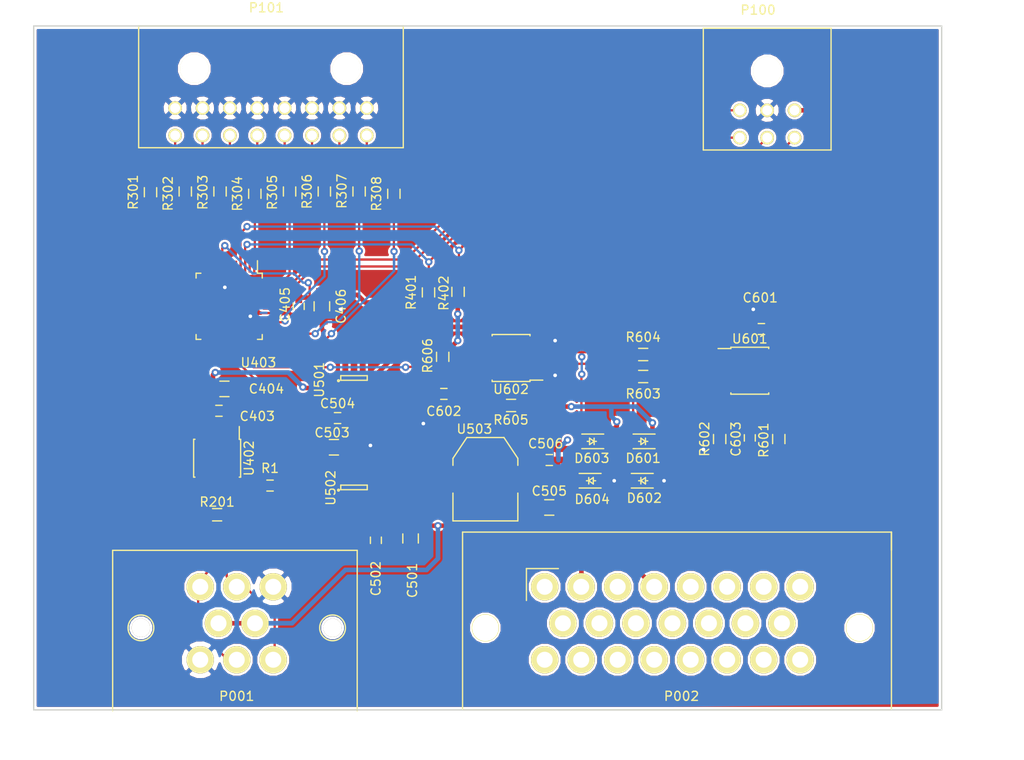
<source format=kicad_pcb>
(kicad_pcb (version 4) (host pcbnew 4.0.0-stable)
  (layers (0 F.Cu signal) (31 B.Cu signal) (34 B.Paste user) (35 F.Paste user) (36 B.SilkS user) (37 F.SilkS user) (38 B.Mask user) (39 F.Mask user) (44 Edge.Cuts user))
  (net 0 "")
  (net 1 "Net-(P002-Pad23)")
  (net 2 "Net-(P002-Pad22)")
  (net 3 "Net-(P002-Pad21)")
  (net 4 "Net-(P002-Pad20)")
  (net 5 "Net-(P002-Pad19)")
  (net 6 "Net-(P002-Pad18)")
  (net 7 "Net-(P002-Pad17)")
  (net 8 "Net-(P002-Pad16)")
  (net 9 "Net-(P002-Pad15)")
  (net 10 "Net-(P002-Pad14)")
  (net 11 "Net-(P002-Pad13)")
  (net 12 "Net-(P002-Pad12)")
  (net 13 "Net-(P002-Pad11)")
  (net 14 "Net-(P002-Pad10)")
  (net 15 "Net-(P002-Pad8)")
  (net 16 "Net-(P002-Pad7)")
  (net 17 "Net-(P002-Pad6)")
  (net 18 "Net-(P002-Pad3)")
  (net 19 "Net-(P002-Pad1)")
  (net 20 "Net-(P002-Pad9)")
  (net 21 "Net-(P101-Pad10)")
  (net 22 "Net-(P101-Pad12)")
  (net 23 "Net-(P101-Pad14)")
  (net 24 "Net-(P101-Pad16)")
  (net 25 GND)
  (net 26 +3V3)
  (net 27 /BACK_PANEL/CANH)
  (net 28 /FRONT_PANEL/MCU_RESET_N)
  (net 29 /FRONT_PANEL/MCU_PROG_N)
  (net 30 /FRONT_PANEL/RXD)
  (net 31 /FRONT_PANEL/TXD)
  (net 32 /FRONT_PANEL/LED0)
  (net 33 /FRONT_PANEL/LED2)
  (net 34 /FRONT_PANEL/LED4)
  (net 35 /FRONT_PANEL/LED6)
  (net 36 /FRONT_PANEL/LED1)
  (net 37 /FRONT_PANEL/LED3)
  (net 38 /FRONT_PANEL/LED5)
  (net 39 /FRONT_PANEL/LED7)
  (net 40 /Micro_Controller/PIO0_1)
  (net 41 "Net-(U403-Pad6)")
  (net 42 "Net-(U403-Pad7)")
  (net 43 "Net-(U403-Pad10)")
  (net 44 /Micro_Controller/PIO2_1)
  (net 45 /Micro_Controller/PIO0_3)
  (net 46 /Micro_Controller/PIO0_4)
  (net 47 /Micro_Controller/PIO0_5)
  (net 48 /Micro_Controller/PIO1_9)
  (net 49 /Micro_Controller/PIO2_4)
  (net 50 "Net-(U403-Pad21)")
  (net 51 "Net-(U403-Pad22)")
  (net 52 "Net-(U403-Pad23)")
  (net 53 "Net-(U403-Pad24)")
  (net 54 "Net-(U403-Pad25)")
  (net 55 /Micro_Controller/PIO2_2)
  (net 56 "Net-(U403-Pad27)")
  (net 57 "Net-(U403-Pad28)")
  (net 58 "Net-(U403-Pad29)")
  (net 59 /Micro_Controller/PIO1_10)
  (net 60 "Net-(U403-Pad31)")
  (net 61 /Micro_Controller/PIO0_11)
  (net 62 /Micro_Controller/PIO1_1)
  (net 63 /Micro_Controller/PIO1_2)
  (net 64 /Micro_Controller/PIO2_3)
  (net 65 /Micro_Controller/PIO1_4)
  (net 66 /Micro_Controller/PIO1_11)
  (net 67 /Micro_Controller/PIO1_5)
  (net 68 "Net-(U501-Pad4)")
  (net 69 "Net-(P101-Pad9)")
  (net 70 "Net-(P101-Pad11)")
  (net 71 "Net-(P101-Pad13)")
  (net 72 "Net-(P101-Pad15)")
  (net 73 +5V)
  (net 74 /BACK_PANEL/CANL)
  (net 75 /Micro_Controller/CAN_RXD)
  (net 76 /Micro_Controller/CAN_TXD)
  (net 77 /Micro_Controller/PIO3_2)
  (net 78 +12V)
  (net 79 "Net-(U502-Pad4)")
  (net 80 "Net-(C603-Pad1)")
  (net 81 /BACK_PANEL/WVS+)
  (net 82 /BACK_PANEL/WVS-)
  (net 83 /WVS_Conditioner/vref)
  (net 84 /Micro_Controller/WVS_PULSE)
  (net 85 "Net-(U602-Pad5)")
  (net 86 "Net-(P002-Pad5)")
  (net 87 "Net-(R1-Pad1)")
  (net 88 "Net-(U402-Pad5)")
  (net 89 VCC)
  (module Connectors_Molex:Connector_Microfit3_Header_02x03_Angled_43045-060x (layer F.Cu) (at 179.88 62.25 180)
    (fp_text reference P100 (at -2 11 180) (layer F.SilkS))
    (fp_text value ISP)
    (pad 1 thru_hole circle (at 0 0 180) (size 1.5 1.5) (drill 1.1) (layers *.Cu *.Mask F.SilkS) (net 31 /FRONT_PANEL/TXD))
    (pad 4 thru_hole circle (at 0 -3 180) (size 1.5 1.5) (drill 1.1) (layers *.Cu *.Mask F.SilkS) (net 30 /FRONT_PANEL/RXD))
    (pad 5 thru_hole circle (at -3 -3 180) (size 1.5 1.5) (drill 1.1) (layers *.Cu *.Mask F.SilkS) (net 28 /FRONT_PANEL/MCU_RESET_N))
    (pad 2 thru_hole circle (at -3 0 180) (size 1.5 1.5) (drill 1.1) (layers *.Cu *.Mask F.SilkS) (net 25 GND))
    (pad 6 thru_hole circle (at -6 -3 180) (size 1.5 1.5) (drill 1.1) (layers *.Cu *.Mask F.SilkS) (net 29 /FRONT_PANEL/MCU_PROG_N))
    (pad 3 thru_hole circle (at -6 0 180) (size 1.5 1.5) (drill 1.1) (layers *.Cu *.Mask F.SilkS) (net 73 +5V))
    (pad "" np_thru_hole circle (at -3 4.32 180) (size 3.1 3.1) (drill 3.1) (layers *.Cu *.Mask F.SilkS))
  )
  (module MITEVT_AUTOMOTIVECON:776280-1 (layer F.Cu) (at 120.75 122.5)
    (fp_text reference P001 (at 4 4) (layer F.SilkS))
    (fp_text value CANCONNECTOR)
    (pad 6 thru_hole circle (at 0 0) (size 3 3) (drill 1.75) (layers *.Cu *.Mask F.SilkS) (net 25 GND))
    (pad 1 thru_hole circle (at 0 -8) (size 3 3) (drill 1.75) (layers *.Cu *.Mask F.SilkS) (net 74 /BACK_PANEL/CANL))
    (pad 2 thru_hole circle (at 4 -8) (size 3 3) (drill 1.75) (layers *.Cu *.Mask F.SilkS) (net 27 /BACK_PANEL/CANH))
    (pad 3 thru_hole circle (at 8 -8) (size 3 3) (drill 1.75) (layers *.Cu *.Mask F.SilkS) (net 25 GND))
    (pad 7 thru_hole circle (at 4 0) (size 3 3) (drill 1.75) (layers *.Cu *.Mask F.SilkS) (net 74 /BACK_PANEL/CANL))
    (pad 8 thru_hole circle (at 8 0) (size 3 3) (drill 1.75) (layers *.Cu *.Mask F.SilkS) (net 27 /BACK_PANEL/CANH))
    (pad 5 thru_hole circle (at 6 -4) (size 3 3) (drill 1.75) (layers *.Cu *.Mask F.SilkS) (net 78 +12V))
    (pad 4 thru_hole circle (at 2 -4) (size 3 3) (drill 1.75) (layers *.Cu *.Mask F.SilkS) (net 78 +12V))
    (pad 9 thru_hole circle (at -6.5 -3.5) (size 2 2) (drill 2) (layers *.Cu *.Mask F.SilkS))
    (pad 10 thru_hole circle (at 14.5 -3.5) (size 2 2) (drill 2) (layers *.Cu *.Mask F.SilkS))
  )
  (module MITEVT_AUTOMOTIVECON:776087-1 (layer F.Cu) (at 158.496 114.5)
    (fp_text reference P002 (at 15 12) (layer F.SilkS))
    (fp_text value AUXCONNECTOR)
    (pad 25 thru_hole circle (at 34.5 4.5) (size 2.85 2.85) (drill 2.85) (layers *.Cu *.Mask F.SilkS))
    (pad 23 thru_hole circle (at 28 8) (size 3 3) (drill 1.75) (layers *.Cu *.Mask F.SilkS) (net 1 "Net-(P002-Pad23)"))
    (pad 22 thru_hole circle (at 24 8) (size 3 3) (drill 1.75) (layers *.Cu *.Mask F.SilkS) (net 2 "Net-(P002-Pad22)"))
    (pad 21 thru_hole circle (at 20 8) (size 3 3) (drill 1.75) (layers *.Cu *.Mask F.SilkS) (net 3 "Net-(P002-Pad21)"))
    (pad 20 thru_hole circle (at 16 8) (size 3 3) (drill 1.75) (layers *.Cu *.Mask F.SilkS) (net 4 "Net-(P002-Pad20)"))
    (pad 19 thru_hole circle (at 12 8) (size 3 3) (drill 1.75) (layers *.Cu *.Mask F.SilkS) (net 5 "Net-(P002-Pad19)"))
    (pad 18 thru_hole circle (at 8 8) (size 3 3) (drill 1.75) (layers *.Cu *.Mask F.SilkS) (net 6 "Net-(P002-Pad18)"))
    (pad 17 thru_hole circle (at 4 8) (size 3 3) (drill 1.75) (layers *.Cu *.Mask F.SilkS) (net 7 "Net-(P002-Pad17)"))
    (pad 16 thru_hole circle (at 0 8) (size 3 3) (drill 1.75) (layers *.Cu *.Mask F.SilkS) (net 8 "Net-(P002-Pad16)"))
    (pad 15 thru_hole circle (at 26 4) (size 3 3) (drill 1.75) (layers *.Cu *.Mask F.SilkS) (net 9 "Net-(P002-Pad15)"))
    (pad 14 thru_hole circle (at 22 4) (size 3 3) (drill 1.75) (layers *.Cu *.Mask F.SilkS) (net 10 "Net-(P002-Pad14)"))
    (pad 13 thru_hole circle (at 18 4) (size 3 3) (drill 1.75) (layers *.Cu *.Mask F.SilkS) (net 11 "Net-(P002-Pad13)"))
    (pad 12 thru_hole circle (at 14 4) (size 3 3) (drill 1.75) (layers *.Cu *.Mask F.SilkS) (net 12 "Net-(P002-Pad12)"))
    (pad 11 thru_hole circle (at 10 4) (size 3 3) (drill 1.75) (layers *.Cu *.Mask F.SilkS) (net 13 "Net-(P002-Pad11)"))
    (pad 10 thru_hole circle (at 6 4) (size 3 3) (drill 1.75) (layers *.Cu *.Mask F.SilkS) (net 14 "Net-(P002-Pad10)"))
    (pad 2 thru_hole circle (at 4 0) (size 3 3) (drill 1.75) (layers *.Cu *.Mask F.SilkS) (net 82 /BACK_PANEL/WVS-))
    (pad 8 thru_hole circle (at 28 0) (size 3 3) (drill 1.75) (layers *.Cu *.Mask F.SilkS) (net 15 "Net-(P002-Pad8)"))
    (pad 7 thru_hole circle (at 24 0) (size 3 3) (drill 1.75) (layers *.Cu *.Mask F.SilkS) (net 16 "Net-(P002-Pad7)"))
    (pad 6 thru_hole circle (at 20 0) (size 3 3) (drill 1.75) (layers *.Cu *.Mask F.SilkS) (net 17 "Net-(P002-Pad6)"))
    (pad 5 thru_hole circle (at 16 0) (size 3 3) (drill 1.75) (layers *.Cu *.Mask F.SilkS) (net 86 "Net-(P002-Pad5)"))
    (pad 4 thru_hole circle (at 12 0) (size 3 3) (drill 1.75) (layers *.Cu *.Mask F.SilkS) (net 81 /BACK_PANEL/WVS+))
    (pad 3 thru_hole circle (at 8 0) (size 3 3) (drill 1.75) (layers *.Cu *.Mask F.SilkS) (net 18 "Net-(P002-Pad3)"))
    (pad 1 thru_hole circle (at 0 0) (size 3 3) (drill 1.75) (layers *.Cu *.Mask F.SilkS) (net 19 "Net-(P002-Pad1)"))
    (pad 9 thru_hole circle (at 2 4) (size 3 3) (drill 1.75) (layers *.Cu *.Mask F.SilkS) (net 20 "Net-(P002-Pad9)"))
    (pad 24 thru_hole circle (at -6.5 4.5) (size 2.85 2.85) (drill 2.85) (layers *.Cu *.Mask F.SilkS))
  )
  (module Connectors_Molex:Connector_Microfit3_Header_02x08_Angled_43045-160x (layer F.Cu) (at 118 62 180)
    (fp_text reference P101 (at -10 11 180) (layer F.SilkS))
    (fp_text value DEBUG_LED)
    (pad 9 thru_hole circle (at 0 -3 180) (size 1.5 1.5) (drill 1.1) (layers *.Cu *.Mask F.SilkS) (net 69 "Net-(P101-Pad9)"))
    (pad 1 thru_hole circle (at 0 0 180) (size 1.5 1.5) (drill 1.1) (layers *.Cu *.Mask F.SilkS) (net 25 GND))
    (pad 2 thru_hole circle (at -3 0 180) (size 1.5 1.5) (drill 1.1) (layers *.Cu *.Mask F.SilkS) (net 25 GND))
    (pad 10 thru_hole circle (at -3 -3 180) (size 1.5 1.5) (drill 1.1) (layers *.Cu *.Mask F.SilkS) (net 21 "Net-(P101-Pad10)"))
    (pad 11 thru_hole circle (at -6 -3 180) (size 1.5 1.5) (drill 1.1) (layers *.Cu *.Mask F.SilkS) (net 70 "Net-(P101-Pad11)"))
    (pad 3 thru_hole circle (at -6 0 180) (size 1.5 1.5) (drill 1.1) (layers *.Cu *.Mask F.SilkS) (net 25 GND))
    (pad 4 thru_hole circle (at -9 0 180) (size 1.5 1.5) (drill 1.1) (layers *.Cu *.Mask F.SilkS) (net 25 GND))
    (pad 12 thru_hole circle (at -9 -3 180) (size 1.5 1.5) (drill 1.1) (layers *.Cu *.Mask F.SilkS) (net 22 "Net-(P101-Pad12)"))
    (pad "" np_thru_hole circle (at -2.1 4.32 180) (size 3.1 3.1) (drill 3.1) (layers *.Cu *.Mask F.SilkS))
    (pad 13 thru_hole circle (at -12 -3 180) (size 1.5 1.5) (drill 1.1) (layers *.Cu *.Mask F.SilkS) (net 71 "Net-(P101-Pad13)"))
    (pad 5 thru_hole circle (at -12 0 180) (size 1.5 1.5) (drill 1.1) (layers *.Cu *.Mask F.SilkS) (net 25 GND))
    (pad 6 thru_hole circle (at -15 0 180) (size 1.5 1.5) (drill 1.1) (layers *.Cu *.Mask F.SilkS) (net 25 GND))
    (pad 14 thru_hole circle (at -15 -3 180) (size 1.5 1.5) (drill 1.1) (layers *.Cu *.Mask F.SilkS) (net 23 "Net-(P101-Pad14)"))
    (pad 15 thru_hole circle (at -18 -3 180) (size 1.5 1.5) (drill 1.1) (layers *.Cu *.Mask F.SilkS) (net 72 "Net-(P101-Pad15)"))
    (pad 7 thru_hole circle (at -18 0 180) (size 1.5 1.5) (drill 1.1) (layers *.Cu *.Mask F.SilkS) (net 25 GND))
    (pad 16 thru_hole circle (at -21 -3 180) (size 1.5 1.5) (drill 1.1) (layers *.Cu *.Mask F.SilkS) (net 24 "Net-(P101-Pad16)"))
    (pad 8 thru_hole circle (at -21 0 180) (size 1.5 1.5) (drill 1.1) (layers *.Cu *.Mask F.SilkS) (net 25 GND))
    (pad "" np_thru_hole circle (at -18.8 4.32 180) (size 3.1 3.1) (drill 3.1) (layers *.Cu *.Mask F.SilkS))
  )
  (module Capacitors_SMD:C_0603 (layer F.Cu) (at 122.8 95.2)
    (fp_text reference C403 (at 4.2 0.6) (layer F.SilkS))
    (fp_text value 0.1uF)
    (pad 1 smd rect (at -0.75 0) (size 0.8 0.75) (layers F.Cu F.Paste F.Mask) (net 73 +5V))
    (pad 2 smd rect (at 0.75 0) (size 0.8 0.75) (layers F.Cu F.Paste F.Mask) (net 25 GND))
  )
  (module Capacitors_SMD:C_0805_HandSoldering (layer F.Cu) (at 123.4 92.8)
    (fp_text reference C404 (at 4.6 0) (layer F.SilkS))
    (fp_text value 10uF)
    (pad 1 smd rect (at -1.25 0) (size 1.5 1.25) (layers F.Cu F.Paste F.Mask) (net 73 +5V))
    (pad 2 smd rect (at 1.25 0) (size 1.5 1.25) (layers F.Cu F.Paste F.Mask) (net 25 GND))
  )
  (module Capacitors_SMD:C_0603_HandSoldering (layer F.Cu) (at 131.54 83.74 270)
    (fp_text reference C405 (at -0.174 1.492 270) (layer F.SilkS))
    (fp_text value 0.1uF)
    (pad 1 smd rect (at -0.95 0 270) (size 1.2 0.75) (layers F.Cu F.Paste F.Mask) (net 26 +3V3))
    (pad 2 smd rect (at 0.95 0 270) (size 1.2 0.75) (layers F.Cu F.Paste F.Mask) (net 25 GND))
  )
  (module Capacitors_SMD:C_0805_HandSoldering (layer F.Cu) (at 134.08 83.74 270)
    (fp_text reference C406 (at 0 -2.1 270) (layer F.SilkS))
    (fp_text value 10uF)
    (pad 1 smd rect (at -1.25 0 270) (size 1.5 1.25) (layers F.Cu F.Paste F.Mask) (net 26 +3V3))
    (pad 2 smd rect (at 1.25 0 270) (size 1.5 1.25) (layers F.Cu F.Paste F.Mask) (net 25 GND))
  )
  (module Resistors_SMD:R_0603_HandSoldering (layer F.Cu) (at 122.6 106.6)
    (fp_text reference R201 (at 0 -1.4) (layer F.SilkS))
    (fp_text value 120)
    (pad 1 smd rect (at -1.1 0) (size 1.2 0.9) (layers F.Cu F.Paste F.Mask) (net 74 /BACK_PANEL/CANL))
    (pad 2 smd rect (at 1.1 0) (size 1.2 0.9) (layers F.Cu F.Paste F.Mask) (net 27 /BACK_PANEL/CANH))
  )
  (module Resistors_SMD:R_0603_HandSoldering (layer F.Cu) (at 115.3 71.23 90)
    (fp_text reference R301 (at 0 -1.9 90) (layer F.SilkS))
    (fp_text value 100)
    (pad 1 smd rect (at -1.1 0 90) (size 1.2 0.9) (layers F.Cu F.Paste F.Mask) (net 32 /FRONT_PANEL/LED0))
    (pad 2 smd rect (at 1.1 0 90) (size 1.2 0.9) (layers F.Cu F.Paste F.Mask) (net 69 "Net-(P101-Pad9)"))
  )
  (module Resistors_SMD:R_0603_HandSoldering (layer F.Cu) (at 119.11 71.15 270)
    (fp_text reference R302 (at 0.224 1.889 450) (layer F.SilkS))
    (fp_text value 100)
    (pad 1 smd rect (at -1.1 0 270) (size 1.2 0.9) (layers F.Cu F.Paste F.Mask) (net 21 "Net-(P101-Pad10)"))
    (pad 2 smd rect (at 1.1 0 270) (size 1.2 0.9) (layers F.Cu F.Paste F.Mask) (net 36 /FRONT_PANEL/LED1))
  )
  (module Resistors_SMD:R_0603_HandSoldering (layer F.Cu) (at 122.92 71.15 270)
    (fp_text reference R303 (at 0.097 1.889 270) (layer F.SilkS))
    (fp_text value 100)
    (pad 1 smd rect (at -1.1 0 270) (size 1.2 0.9) (layers F.Cu F.Paste F.Mask) (net 70 "Net-(P101-Pad11)"))
    (pad 2 smd rect (at 1.1 0 270) (size 1.2 0.9) (layers F.Cu F.Paste F.Mask) (net 33 /FRONT_PANEL/LED2))
  )
  (module Resistors_SMD:R_0603_HandSoldering (layer F.Cu) (at 126.73 71.4 90)
    (fp_text reference R304 (at 0 -1.9 90) (layer F.SilkS))
    (fp_text value 100)
    (pad 1 smd rect (at -1.1 0 90) (size 1.2 0.9) (layers F.Cu F.Paste F.Mask) (net 37 /FRONT_PANEL/LED3))
    (pad 2 smd rect (at 1.1 0 90) (size 1.2 0.9) (layers F.Cu F.Paste F.Mask) (net 22 "Net-(P101-Pad12)"))
  )
  (module Resistors_SMD:R_0603_HandSoldering (layer F.Cu) (at 130.54 71.15 270)
    (fp_text reference R305 (at 0.097 1.889 270) (layer F.SilkS))
    (fp_text value 100)
    (pad 1 smd rect (at -1.1 0 270) (size 1.2 0.9) (layers F.Cu F.Paste F.Mask) (net 71 "Net-(P101-Pad13)"))
    (pad 2 smd rect (at 1.1 0 270) (size 1.2 0.9) (layers F.Cu F.Paste F.Mask) (net 34 /FRONT_PANEL/LED4))
  )
  (module Resistors_SMD:R_0603_HandSoldering (layer F.Cu) (at 134.35 71.15 90)
    (fp_text reference R306 (at 0 -1.9 90) (layer F.SilkS))
    (fp_text value 100)
    (pad 1 smd rect (at -1.1 0 90) (size 1.2 0.9) (layers F.Cu F.Paste F.Mask) (net 38 /FRONT_PANEL/LED5))
    (pad 2 smd rect (at 1.1 0 90) (size 1.2 0.9) (layers F.Cu F.Paste F.Mask) (net 23 "Net-(P101-Pad14)"))
  )
  (module Resistors_SMD:R_0603_HandSoldering (layer F.Cu) (at 138.16 71.15 270)
    (fp_text reference R307 (at -0.03 1.889 270) (layer F.SilkS))
    (fp_text value 100)
    (pad 1 smd rect (at -1.1 0 270) (size 1.2 0.9) (layers F.Cu F.Paste F.Mask) (net 72 "Net-(P101-Pad15)"))
    (pad 2 smd rect (at 1.1 0 270) (size 1.2 0.9) (layers F.Cu F.Paste F.Mask) (net 35 /FRONT_PANEL/LED6))
  )
  (module Resistors_SMD:R_0603_HandSoldering (layer F.Cu) (at 141.97 71.4 90)
    (fp_text reference R308 (at 0 -1.9 90) (layer F.SilkS))
    (fp_text value 100)
    (pad 1 smd rect (at -1.1 0 90) (size 1.2 0.9) (layers F.Cu F.Paste F.Mask) (net 39 /FRONT_PANEL/LED7))
    (pad 2 smd rect (at 1.1 0 90) (size 1.2 0.9) (layers F.Cu F.Paste F.Mask) (net 24 "Net-(P101-Pad16)"))
  )
  (module Resistors_SMD:R_0603_HandSoldering (layer F.Cu) (at 145.764 82.216 90)
    (fp_text reference R401 (at 0 -1.905 90) (layer F.SilkS))
    (fp_text value 10k)
    (pad 1 smd rect (at -1.1 0 90) (size 1.2 0.9) (layers F.Cu F.Paste F.Mask) (net 26 +3V3))
    (pad 2 smd rect (at 1.1 0 90) (size 1.2 0.9) (layers F.Cu F.Paste F.Mask) (net 28 /FRONT_PANEL/MCU_RESET_N))
  )
  (module Resistors_SMD:R_0603_HandSoldering (layer F.Cu) (at 149.0025 82.1525 90)
    (fp_text reference R402 (at -0.1435 -1.5555 90) (layer F.SilkS))
    (fp_text value 10k)
    (pad 1 smd rect (at -1.1 0 90) (size 1.2 0.9) (layers F.Cu F.Paste F.Mask) (net 26 +3V3))
    (pad 2 smd rect (at 1.1 0 90) (size 1.2 0.9) (layers F.Cu F.Paste F.Mask) (net 29 /FRONT_PANEL/MCU_PROG_N))
  )
  (module Housings_QFP:LQFP-48_7x7mm_Pitch0.5mm (layer F.Cu) (at 123.92 83.74 270)
    (fp_text reference U403 (at 6.176 -3.207 360) (layer F.SilkS))
    (fp_text value LPC11C14)
    (pad 1 smd rect (at -4.35 -2.75 270) (size 1.3 0.25) (layers F.Cu F.Paste F.Mask) (net 37 /FRONT_PANEL/LED3))
    (pad 2 smd rect (at -4.35 -2.25 270) (size 1.3 0.25) (layers F.Cu F.Paste F.Mask) (net 40 /Micro_Controller/PIO0_1))
    (pad 3 smd rect (at -4.35 -1.75 270) (size 1.3 0.25) (layers F.Cu F.Paste F.Mask) (net 28 /FRONT_PANEL/MCU_RESET_N))
    (pad 4 smd rect (at -4.35 -1.25 270) (size 1.3 0.25) (layers F.Cu F.Paste F.Mask) (net 29 /FRONT_PANEL/MCU_PROG_N))
    (pad 5 smd rect (at -4.35 -0.75 270) (size 1.3 0.25) (layers F.Cu F.Paste F.Mask) (net 25 GND))
    (pad 6 smd rect (at -4.35 -0.25 270) (size 1.3 0.25) (layers F.Cu F.Paste F.Mask) (net 41 "Net-(U403-Pad6)"))
    (pad 7 smd rect (at -4.35 0.25 270) (size 1.3 0.25) (layers F.Cu F.Paste F.Mask) (net 42 "Net-(U403-Pad7)"))
    (pad 8 smd rect (at -4.35 0.75 270) (size 1.3 0.25) (layers F.Cu F.Paste F.Mask) (net 26 +3V3))
    (pad 9 smd rect (at -4.35 1.25 270) (size 1.3 0.25) (layers F.Cu F.Paste F.Mask) (net 33 /FRONT_PANEL/LED2))
    (pad 10 smd rect (at -4.35 1.75 270) (size 1.3 0.25) (layers F.Cu F.Paste F.Mask) (net 43 "Net-(U403-Pad10)"))
    (pad 11 smd rect (at -4.35 2.25 270) (size 1.3 0.25) (layers F.Cu F.Paste F.Mask) (net 36 /FRONT_PANEL/LED1))
    (pad 12 smd rect (at -4.35 2.75 270) (size 1.3 0.25) (layers F.Cu F.Paste F.Mask) (net 32 /FRONT_PANEL/LED0))
    (pad 13 smd rect (at -2.75 4.35) (size 1.3 0.25) (layers F.Cu F.Paste F.Mask) (net 44 /Micro_Controller/PIO2_1))
    (pad 14 smd rect (at -2.25 4.35) (size 1.3 0.25) (layers F.Cu F.Paste F.Mask) (net 45 /Micro_Controller/PIO0_3))
    (pad 15 smd rect (at -1.75 4.35) (size 1.3 0.25) (layers F.Cu F.Paste F.Mask) (net 46 /Micro_Controller/PIO0_4))
    (pad 16 smd rect (at -1.25 4.35) (size 1.3 0.25) (layers F.Cu F.Paste F.Mask) (net 47 /Micro_Controller/PIO0_5))
    (pad 17 smd rect (at -0.75 4.35) (size 1.3 0.25) (layers F.Cu F.Paste F.Mask) (net 48 /Micro_Controller/PIO1_9))
    (pad 18 smd rect (at -0.25 4.35) (size 1.3 0.25) (layers F.Cu F.Paste F.Mask) (net 49 /Micro_Controller/PIO2_4))
    (pad 19 smd rect (at 0.25 4.35) (size 1.3 0.25) (layers F.Cu F.Paste F.Mask) (net 75 /Micro_Controller/CAN_RXD))
    (pad 20 smd rect (at 0.75 4.35) (size 1.3 0.25) (layers F.Cu F.Paste F.Mask) (net 76 /Micro_Controller/CAN_TXD))
    (pad 21 smd rect (at 1.25 4.35) (size 1.3 0.25) (layers F.Cu F.Paste F.Mask) (net 50 "Net-(U403-Pad21)"))
    (pad 22 smd rect (at 1.75 4.35) (size 1.3 0.25) (layers F.Cu F.Paste F.Mask) (net 51 "Net-(U403-Pad22)"))
    (pad 23 smd rect (at 2.25 4.35) (size 1.3 0.25) (layers F.Cu F.Paste F.Mask) (net 52 "Net-(U403-Pad23)"))
    (pad 24 smd rect (at 2.75 4.35) (size 1.3 0.25) (layers F.Cu F.Paste F.Mask) (net 53 "Net-(U403-Pad24)"))
    (pad 25 smd rect (at 4.35 2.75 270) (size 1.3 0.25) (layers F.Cu F.Paste F.Mask) (net 54 "Net-(U403-Pad25)"))
    (pad 26 smd rect (at 4.35 2.25 270) (size 1.3 0.25) (layers F.Cu F.Paste F.Mask) (net 55 /Micro_Controller/PIO2_2))
    (pad 27 smd rect (at 4.35 1.75 270) (size 1.3 0.25) (layers F.Cu F.Paste F.Mask) (net 56 "Net-(U403-Pad27)"))
    (pad 28 smd rect (at 4.35 1.25 270) (size 1.3 0.25) (layers F.Cu F.Paste F.Mask) (net 57 "Net-(U403-Pad28)"))
    (pad 29 smd rect (at 4.35 0.75 270) (size 1.3 0.25) (layers F.Cu F.Paste F.Mask) (net 58 "Net-(U403-Pad29)"))
    (pad 30 smd rect (at 4.35 0.25 270) (size 1.3 0.25) (layers F.Cu F.Paste F.Mask) (net 59 /Micro_Controller/PIO1_10))
    (pad 31 smd rect (at 4.35 -0.25 270) (size 1.3 0.25) (layers F.Cu F.Paste F.Mask) (net 60 "Net-(U403-Pad31)"))
    (pad 32 smd rect (at 4.35 -0.75 270) (size 1.3 0.25) (layers F.Cu F.Paste F.Mask) (net 61 /Micro_Controller/PIO0_11))
    (pad 33 smd rect (at 4.35 -1.25 270) (size 1.3 0.25) (layers F.Cu F.Paste F.Mask) (net 84 /Micro_Controller/WVS_PULSE))
    (pad 34 smd rect (at 4.35 -1.75 270) (size 1.3 0.25) (layers F.Cu F.Paste F.Mask) (net 62 /Micro_Controller/PIO1_1))
    (pad 35 smd rect (at 4.35 -2.25 270) (size 1.3 0.25) (layers F.Cu F.Paste F.Mask) (net 63 /Micro_Controller/PIO1_2))
    (pad 36 smd rect (at 4.35 -2.75 270) (size 1.3 0.25) (layers F.Cu F.Paste F.Mask) (net 39 /FRONT_PANEL/LED7))
    (pad 37 smd rect (at 2.75 -4.35) (size 1.3 0.25) (layers F.Cu F.Paste F.Mask) (net 35 /FRONT_PANEL/LED6))
    (pad 38 smd rect (at 2.25 -4.35) (size 1.3 0.25) (layers F.Cu F.Paste F.Mask) (net 64 /Micro_Controller/PIO2_3))
    (pad 39 smd rect (at 1.75 -4.35) (size 1.3 0.25) (layers F.Cu F.Paste F.Mask) (net 38 /FRONT_PANEL/LED5))
    (pad 40 smd rect (at 1.25 -4.35) (size 1.3 0.25) (layers F.Cu F.Paste F.Mask) (net 65 /Micro_Controller/PIO1_4))
    (pad 41 smd rect (at 0.75 -4.35) (size 1.3 0.25) (layers F.Cu F.Paste F.Mask) (net 25 GND))
    (pad 42 smd rect (at 0.25 -4.35) (size 1.3 0.25) (layers F.Cu F.Paste F.Mask) (net 66 /Micro_Controller/PIO1_11))
    (pad 43 smd rect (at -0.25 -4.35) (size 1.3 0.25) (layers F.Cu F.Paste F.Mask) (net 77 /Micro_Controller/PIO3_2))
    (pad 44 smd rect (at -0.75 -4.35) (size 1.3 0.25) (layers F.Cu F.Paste F.Mask) (net 26 +3V3))
    (pad 45 smd rect (at -1.25 -4.35) (size 1.3 0.25) (layers F.Cu F.Paste F.Mask) (net 67 /Micro_Controller/PIO1_5))
    (pad 46 smd rect (at -1.75 -4.35) (size 1.3 0.25) (layers F.Cu F.Paste F.Mask) (net 30 /FRONT_PANEL/RXD))
    (pad 47 smd rect (at -2.25 -4.35) (size 1.3 0.25) (layers F.Cu F.Paste F.Mask) (net 31 /FRONT_PANEL/TXD))
    (pad 48 smd rect (at -2.75 -4.35) (size 1.3 0.25) (layers F.Cu F.Paste F.Mask) (net 34 /FRONT_PANEL/LED4))
  )
  (module Housings_SOT-23_SOT-143_TSOT-6:SOT-23-5 (layer F.Cu) (at 137.6 91.6 90)
    (fp_text reference U501 (at -0.2 -3.8 90) (layer F.SilkS))
    (fp_text value MCP1755-33)
    (pad 1 smd rect (at -1.1 -0.95 90) (size 1.06 0.65) (layers F.Cu F.Paste F.Mask) (net 73 +5V))
    (pad 2 smd rect (at -1.1 0 90) (size 1.06 0.65) (layers F.Cu F.Paste F.Mask) (net 25 GND))
    (pad 3 smd rect (at -1.1 0.95 90) (size 1.06 0.65) (layers F.Cu F.Paste F.Mask) (net 73 +5V))
    (pad 4 smd rect (at 1.1 0.95 90) (size 1.06 0.65) (layers F.Cu F.Paste F.Mask) (net 68 "Net-(U501-Pad4)"))
    (pad 5 smd rect (at 1.1 -0.95 90) (size 1.06 0.65) (layers F.Cu F.Paste F.Mask) (net 26 +3V3))
  )
  (module Housings_SOT-23_SOT-143_TSOT-6:SOT-23-5 (layer F.Cu) (at 137.6 103.6 90)
    (fp_text reference U502 (at -0.05 -2.55 90) (layer F.SilkS))
    (fp_text value MCP1755-5)
    (pad 1 smd rect (at -1.1 -0.95 90) (size 1.06 0.65) (layers F.Cu F.Paste F.Mask) (net 78 +12V))
    (pad 2 smd rect (at -1.1 0 90) (size 1.06 0.65) (layers F.Cu F.Paste F.Mask) (net 25 GND))
    (pad 3 smd rect (at -1.1 0.95 90) (size 1.06 0.65) (layers F.Cu F.Paste F.Mask) (net 78 +12V))
    (pad 4 smd rect (at 1.1 0.95 90) (size 1.06 0.65) (layers F.Cu F.Paste F.Mask) (net 79 "Net-(U502-Pad4)"))
    (pad 5 smd rect (at 1.1 -0.95 90) (size 1.06 0.65) (layers F.Cu F.Paste F.Mask) (net 73 +5V))
  )
  (module Capacitors_SMD:C_0603_HandSoldering (layer F.Cu) (at 182.245 86.233 180)
    (fp_text reference C601 (at 0.127 3.429 180) (layer F.SilkS))
    (fp_text value 0.1uF)
    (pad 1 smd rect (at -0.95 0 180) (size 1.2 0.75) (layers F.Cu F.Paste F.Mask) (net 89 VCC))
    (pad 2 smd rect (at 0.95 0 180) (size 1.2 0.75) (layers F.Cu F.Paste F.Mask) (net 25 GND))
  )
  (module Capacitors_SMD:C_0603_HandSoldering (layer F.Cu) (at 147.447 93.345 180)
    (fp_text reference C602 (at 0 -1.9 180) (layer F.SilkS))
    (fp_text value 0.1uF)
    (pad 1 smd rect (at -0.95 0 180) (size 1.2 0.75) (layers F.Cu F.Paste F.Mask) (net 89 VCC))
    (pad 2 smd rect (at 0.95 0 180) (size 1.2 0.75) (layers F.Cu F.Paste F.Mask) (net 25 GND))
  )
  (module Capacitors_SMD:C_0603_HandSoldering (layer F.Cu) (at 180.975 98.171 270)
    (fp_text reference C603 (at 0.127 1.524 270) (layer F.SilkS))
    (fp_text value 1uF)
    (pad 1 smd rect (at -0.95 0 270) (size 1.2 0.75) (layers F.Cu F.Paste F.Mask) (net 80 "Net-(C603-Pad1)"))
    (pad 2 smd rect (at 0.95 0 270) (size 1.2 0.75) (layers F.Cu F.Paste F.Mask) (net 25 GND))
  )
  (module Diodes_SMD:SOD-323 (layer F.Cu) (at 169.291 98.552 180)
    (fp_text reference D601 (at 0 -1.85 180) (layer F.SilkS))
    (fp_text value CUS08F30H3FCT-ND hide)
    (pad 1 smd rect (at -1.055 0 180) (size 0.59 0.45) (layers F.Cu F.Paste F.Mask) (net 89 VCC))
    (pad 2 smd rect (at 1.055 0 180) (size 0.59 0.45) (layers F.Cu F.Paste F.Mask) (net 81 /BACK_PANEL/WVS+))
  )
  (module Diodes_SMD:SOD-323 (layer F.Cu) (at 169.291 102.87)
    (fp_text reference D602 (at 0.127 1.905) (layer F.SilkS))
    (fp_text value CUS08F30H3FCT-ND hide)
    (pad 1 smd rect (at -1.055 0) (size 0.59 0.45) (layers F.Cu F.Paste F.Mask) (net 81 /BACK_PANEL/WVS+))
    (pad 2 smd rect (at 1.055 0) (size 0.59 0.45) (layers F.Cu F.Paste F.Mask) (net 25 GND))
  )
  (module Diodes_SMD:SOD-323 (layer F.Cu) (at 163.664 98.552 180)
    (fp_text reference D603 (at 0 -1.85 180) (layer F.SilkS))
    (fp_text value CUS08F30H3FCT-ND hide)
    (pad 1 smd rect (at -1.055 0 180) (size 0.59 0.45) (layers F.Cu F.Paste F.Mask) (net 89 VCC))
    (pad 2 smd rect (at 1.055 0 180) (size 0.59 0.45) (layers F.Cu F.Paste F.Mask) (net 82 /BACK_PANEL/WVS-))
  )
  (module Diodes_SMD:SOD-323 (layer F.Cu) (at 163.576 102.87)
    (fp_text reference D604 (at 0.127 2.032) (layer F.SilkS))
    (fp_text value CUS08F30H3FCT-ND hide)
    (pad 1 smd rect (at -1.055 0) (size 0.59 0.45) (layers F.Cu F.Paste F.Mask) (net 82 /BACK_PANEL/WVS-))
    (pad 2 smd rect (at 1.055 0) (size 0.59 0.45) (layers F.Cu F.Paste F.Mask) (net 25 GND))
  )
  (module Resistors_SMD:R_0603_HandSoldering (layer F.Cu) (at 184.15 98.298 90)
    (fp_text reference R601 (at -0.127 -1.651 90) (layer F.SilkS))
    (fp_text value 100k)
    (pad 1 smd rect (at -1.1 0 90) (size 1.2 0.9) (layers F.Cu F.Paste F.Mask) (net 89 VCC))
    (pad 2 smd rect (at 1.1 0 90) (size 1.2 0.9) (layers F.Cu F.Paste F.Mask) (net 80 "Net-(C603-Pad1)"))
  )
  (module Resistors_SMD:R_0603_HandSoldering (layer F.Cu) (at 177.673 98.298 270)
    (fp_text reference R602 (at 0 1.651 270) (layer F.SilkS))
    (fp_text value 100k)
    (pad 1 smd rect (at -1.1 0 270) (size 1.2 0.9) (layers F.Cu F.Paste F.Mask) (net 80 "Net-(C603-Pad1)"))
    (pad 2 smd rect (at 1.1 0 270) (size 1.2 0.9) (layers F.Cu F.Paste F.Mask) (net 25 GND))
  )
  (module Resistors_SMD:R_0603_HandSoldering (layer F.Cu) (at 169.291 91.44 180)
    (fp_text reference R603 (at 0 -1.9 180) (layer F.SilkS))
    (fp_text value 1k)
    (pad 1 smd rect (at -1.1 0 180) (size 1.2 0.9) (layers F.Cu F.Paste F.Mask) (net 83 /WVS_Conditioner/vref))
    (pad 2 smd rect (at 1.1 0 180) (size 1.2 0.9) (layers F.Cu F.Paste F.Mask) (net 81 /BACK_PANEL/WVS+))
  )
  (module Resistors_SMD:R_0603_HandSoldering (layer F.Cu) (at 169.291 89.027)
    (fp_text reference R604 (at 0 -1.9) (layer F.SilkS))
    (fp_text value 1k)
    (pad 1 smd rect (at -1.1 0) (size 1.2 0.9) (layers F.Cu F.Paste F.Mask) (net 82 /BACK_PANEL/WVS-))
    (pad 2 smd rect (at 1.1 0) (size 1.2 0.9) (layers F.Cu F.Paste F.Mask) (net 83 /WVS_Conditioner/vref))
  )
  (module Resistors_SMD:R_0603_HandSoldering (layer F.Cu) (at 154.813 94.615)
    (fp_text reference R605 (at -0.013 1.585) (layer F.SilkS))
    (fp_text value 87k)
    (pad 1 smd rect (at -1.1 0) (size 1.2 0.9) (layers F.Cu F.Paste F.Mask) (net 84 /Micro_Controller/WVS_PULSE))
    (pad 2 smd rect (at 1.1 0) (size 1.2 0.9) (layers F.Cu F.Paste F.Mask) (net 81 /BACK_PANEL/WVS+))
  )
  (module Resistors_SMD:R_0603_HandSoldering (layer F.Cu) (at 147.32 89.281 270)
    (fp_text reference R606 (at -0.127 1.651 270) (layer F.SilkS))
    (fp_text value 1k)
    (pad 1 smd rect (at -1.1 0 270) (size 1.2 0.9) (layers F.Cu F.Paste F.Mask) (net 26 +3V3))
    (pad 2 smd rect (at 1.1 0 270) (size 1.2 0.9) (layers F.Cu F.Paste F.Mask) (net 84 /Micro_Controller/WVS_PULSE))
  )
  (module Housings_SOIC:SOIC-8_3.9x4.9mm_Pitch1.27mm (layer F.Cu) (at 180.975 90.805)
    (fp_text reference U601 (at 0 -3.5) (layer F.SilkS))
    (fp_text value LM358)
    (pad 1 smd rect (at -2.7 -1.905) (size 1.55 0.6) (layers F.Cu F.Paste F.Mask) (net 83 /WVS_Conditioner/vref))
    (pad 2 smd rect (at -2.7 -0.635) (size 1.55 0.6) (layers F.Cu F.Paste F.Mask) (net 83 /WVS_Conditioner/vref))
    (pad 3 smd rect (at -2.7 0.635) (size 1.55 0.6) (layers F.Cu F.Paste F.Mask) (net 80 "Net-(C603-Pad1)"))
    (pad 4 smd rect (at -2.7 1.905) (size 1.55 0.6) (layers F.Cu F.Paste F.Mask) (net 25 GND))
    (pad 5 smd rect (at 2.7 1.905) (size 1.55 0.6) (layers F.Cu F.Paste F.Mask))
    (pad 6 smd rect (at 2.7 0.635) (size 1.55 0.6) (layers F.Cu F.Paste F.Mask))
    (pad 7 smd rect (at 2.7 -0.635) (size 1.55 0.6) (layers F.Cu F.Paste F.Mask))
    (pad 8 smd rect (at 2.7 -1.905) (size 1.55 0.6) (layers F.Cu F.Paste F.Mask) (net 89 VCC))
  )
  (module Housings_SOIC:SOIC-8_3.9x4.9mm_Pitch1.27mm (layer F.Cu) (at 154.813 89.408 180)
    (fp_text reference U602 (at 0 -3.429 180) (layer F.SilkS))
    (fp_text value LM311N)
    (pad 1 smd rect (at -2.7 -1.905 180) (size 1.55 0.6) (layers F.Cu F.Paste F.Mask) (net 25 GND))
    (pad 2 smd rect (at -2.7 -0.635 180) (size 1.55 0.6) (layers F.Cu F.Paste F.Mask) (net 81 /BACK_PANEL/WVS+))
    (pad 3 smd rect (at -2.7 0.635 180) (size 1.55 0.6) (layers F.Cu F.Paste F.Mask) (net 82 /BACK_PANEL/WVS-))
    (pad 4 smd rect (at -2.7 1.905 180) (size 1.55 0.6) (layers F.Cu F.Paste F.Mask) (net 25 GND))
    (pad 5 smd rect (at 2.7 1.905 180) (size 1.55 0.6) (layers F.Cu F.Paste F.Mask) (net 85 "Net-(U602-Pad5)"))
    (pad 6 smd rect (at 2.7 0.635 180) (size 1.55 0.6) (layers F.Cu F.Paste F.Mask) (net 85 "Net-(U602-Pad5)"))
    (pad 7 smd rect (at 2.7 -0.635 180) (size 1.55 0.6) (layers F.Cu F.Paste F.Mask) (net 84 /Micro_Controller/WVS_PULSE))
    (pad 8 smd rect (at 2.7 -1.905 180) (size 1.55 0.6) (layers F.Cu F.Paste F.Mask) (net 89 VCC))
  )
  (module Capacitors_SMD:C_0805_HandSoldering (layer F.Cu) (at 143.8 109.2 270)
    (fp_text reference C501 (at 4.6 -0.2 270) (layer F.SilkS))
    (fp_text value 10μ)
    (pad 1 smd rect (at -1.25 0 270) (size 1.5 1.25) (layers F.Cu F.Paste F.Mask) (net 78 +12V))
    (pad 2 smd rect (at 1.25 0 270) (size 1.5 1.25) (layers F.Cu F.Paste F.Mask) (net 25 GND))
  )
  (module Capacitors_SMD:C_0603_HandSoldering (layer F.Cu) (at 140 109.4 270)
    (fp_text reference C502 (at 4.2 0 270) (layer F.SilkS))
    (fp_text value .1μ)
    (pad 1 smd rect (at -0.95 0 270) (size 1.2 0.75) (layers F.Cu F.Paste F.Mask) (net 78 +12V))
    (pad 2 smd rect (at 0.95 0 270) (size 1.2 0.75) (layers F.Cu F.Paste F.Mask) (net 25 GND))
  )
  (module Capacitors_SMD:C_0805_HandSoldering (layer F.Cu) (at 135.4 99.2 180)
    (fp_text reference C503 (at 0.2 1.6 180) (layer F.SilkS))
    (fp_text value 10μ)
    (pad 1 smd rect (at -1.25 0 180) (size 1.5 1.25) (layers F.Cu F.Paste F.Mask) (net 73 +5V))
    (pad 2 smd rect (at 1.25 0 180) (size 1.5 1.25) (layers F.Cu F.Paste F.Mask) (net 25 GND))
  )
  (module Capacitors_SMD:C_0603_HandSoldering (layer F.Cu) (at 135.8 96 180)
    (fp_text reference C504 (at 0 1.6 180) (layer F.SilkS))
    (fp_text value .1μ)
    (pad 1 smd rect (at -0.95 0 180) (size 1.2 0.75) (layers F.Cu F.Paste F.Mask) (net 73 +5V))
    (pad 2 smd rect (at 0.95 0 180) (size 1.2 0.75) (layers F.Cu F.Paste F.Mask) (net 25 GND))
  )
  (module Capacitors_SMD:C_0603_HandSoldering (layer F.Cu) (at 128.4 103.4)
    (fp_text reference R1 (at 0 -1.9) (layer F.SilkS))
    (fp_text value 20k)
    (pad 1 smd rect (at -0.95 0) (size 1.2 0.75) (layers F.Cu F.Paste F.Mask) (net 87 "Net-(R1-Pad1)"))
    (pad 2 smd rect (at 0.95 0) (size 1.2 0.75) (layers F.Cu F.Paste F.Mask) (net 25 GND))
  )
  (module Housings_SOIC:SOIC-8_3.9x4.9mm_Pitch1.27mm (layer F.Cu) (at 122.6 100.4 270)
    (fp_text reference U402 (at 0 -3.5 270) (layer F.SilkS))
    (fp_text value MCP2551-I/SN)
    (pad 1 smd rect (at -2.7 -1.905 270) (size 1.55 0.6) (layers F.Cu F.Paste F.Mask) (net 76 /Micro_Controller/CAN_TXD))
    (pad 2 smd rect (at -2.7 -0.635 270) (size 1.55 0.6) (layers F.Cu F.Paste F.Mask) (net 25 GND))
    (pad 3 smd rect (at -2.7 0.635 270) (size 1.55 0.6) (layers F.Cu F.Paste F.Mask) (net 73 +5V))
    (pad 4 smd rect (at -2.7 1.905 270) (size 1.55 0.6) (layers F.Cu F.Paste F.Mask) (net 75 /Micro_Controller/CAN_RXD))
    (pad 5 smd rect (at 2.7 1.905 270) (size 1.55 0.6) (layers F.Cu F.Paste F.Mask) (net 88 "Net-(U402-Pad5)"))
    (pad 6 smd rect (at 2.7 0.635 270) (size 1.55 0.6) (layers F.Cu F.Paste F.Mask) (net 74 /BACK_PANEL/CANL))
    (pad 7 smd rect (at 2.7 -0.635 270) (size 1.55 0.6) (layers F.Cu F.Paste F.Mask) (net 27 /BACK_PANEL/CANH))
    (pad 8 smd rect (at 2.7 -1.905 270) (size 1.55 0.6) (layers F.Cu F.Paste F.Mask) (net 87 "Net-(R1-Pad1)"))
  )
  (module TO_SOT_Packages_SMD:SOT-223 (layer F.Cu) (at 152 102.702)
    (fp_text reference U503 (at -1.2 -5.502) (layer F.SilkS))
    (fp_text value Zsr1000gta)
    (pad 4 smd rect (at 0 -3.302) (size 3.6576 2.032) (layers F.Cu F.Paste F.Mask) (net 25 GND))
    (pad 2 smd rect (at 0 3.302) (size 1.016 2.032) (layers F.Cu F.Paste F.Mask) (net 25 GND))
    (pad 3 smd rect (at 2.286 3.302) (size 1.016 2.032) (layers F.Cu F.Paste F.Mask) (net 89 VCC))
    (pad 1 smd rect (at -2.286 3.302) (size 1.016 2.032) (layers F.Cu F.Paste F.Mask) (net 78 +12V))
  )
  (module Capacitors_SMD:C_0805_HandSoldering (layer F.Cu) (at 159 105.8)
    (fp_text reference C505 (at 0 -1.8) (layer F.SilkS))
    (fp_text value 10μ)
    (pad 1 smd rect (at -1.25 0) (size 1.5 1.25) (layers F.Cu F.Paste F.Mask) (net 89 VCC))
    (pad 2 smd rect (at 1.25 0) (size 1.5 1.25) (layers F.Cu F.Paste F.Mask) (net 25 GND))
  )
  (module Capacitors_SMD:C_0603_HandSoldering (layer F.Cu) (at 159 100.6)
    (fp_text reference C506 (at -0.4 -1.8) (layer F.SilkS))
    (fp_text value .1μ)
    (pad 1 smd rect (at -0.95 0) (size 1.2 0.75) (layers F.Cu F.Paste F.Mask) (net 89 VCC))
    (pad 2 smd rect (at 0.95 0) (size 1.2 0.75) (layers F.Cu F.Paste F.Mask) (net 25 GND))
  )
  (gr_line (start 102.5 128) (end 102.5 53) (layer Edge.Cuts) (width 0.15))
  (gr_line (start 202 53) (end 102.5 53) (layer Edge.Cuts) (width 0.15))
  (gr_line (start 202 128) (end 202 53) (layer Edge.Cuts) (width 0.15))
  (gr_line (start 102.5 128) (end 202 128) (layer Edge.Cuts) (width 0.15))
  (segment (start 127.381 84.455) (end 128.016 84.455) (width 0.25) (layer B.Cu) (net 0))
  (segment (start 160 100.6) (end 160 99.4) (width 0.5) (layer B.Cu) (net 0))
  (via (at 161 98.4) (size 0.8) (drill 0.4) (layers F.Cu B.Cu) (net 0))
  (segment (start 160 99.4) (end 161 98.4) (width 0.5) (layer B.Cu) (net 0))
  (segment (start 119 69) (end 119.11 69.11) (width 0.25) (layer F.Cu) (net 21))
  (segment (start 119.11 69.11) (end 119.11 70.05) (width 0.25) (layer F.Cu) (net 21))
  (segment (start 121 67) (end 119 69) (width 0.25) (layer F.Cu) (net 21))
  (segment (start 121 65) (end 121 67) (width 0.25) (layer F.Cu) (net 21))
  (segment (start 127 68) (end 126.73 68.27) (width 0.25) (layer F.Cu) (net 22))
  (segment (start 126.73 68.27) (end 126.73 70.3) (width 0.25) (layer F.Cu) (net 22))
  (segment (start 127 65) (end 127 68) (width 0.25) (layer F.Cu) (net 22))
  (segment (start 134 69) (end 134.15 69) (width 0.25) (layer F.Cu) (net 23))
  (segment (start 134.15 69) (end 134.35 69.2) (width 0.25) (layer F.Cu) (net 23))
  (segment (start 134.35 69.2) (end 134.35 70.05) (width 0.25) (layer F.Cu) (net 23))
  (segment (start 133 68) (end 134 69) (width 0.25) (layer F.Cu) (net 23))
  (segment (start 133 65) (end 133 68) (width 0.25) (layer F.Cu) (net 23))
  (segment (start 139 65) (end 139 67.18) (width 0.25) (layer F.Cu) (net 24))
  (segment (start 141.97 70.15) (end 141.97 70.3) (width 0.25) (layer F.Cu) (net 24))
  (segment (start 139 67.18) (end 141.97 70.15) (width 0.25) (layer F.Cu) (net 24))
  (segment (start 146.497 93.345) (end 146.497 95.303) (width 0.5) (layer F.Cu) (net 25))
  (via (at 145.2 96.6) (size 0.8) (drill 0.4) (layers F.Cu B.Cu) (net 25))
  (segment (start 146.497 95.303) (end 145.2 96.6) (width 0.5) (layer F.Cu) (net 25))
  (segment (start 137.6 103.92) (end 137.6 100.8) (width 0.25) (layer F.Cu) (net 25))
  (segment (start 137.6 100.8) (end 139.4 99) (width 0.25) (layer F.Cu) (net 25))
  (via (at 139.4 99) (size 0.8) (drill 0.4) (layers F.Cu B.Cu) (net 25))
  (segment (start 137.6 104.7) (end 137.6 103.92) (width 0.25) (layer F.Cu) (net 25))
  (segment (start 181.295 86.233) (end 181.295 84.135) (width 0.5) (layer F.Cu) (net 25))
  (segment (start 181.295 84.135) (end 181.356 84.074) (width 0.5) (layer F.Cu) (net 25))
  (via (at 181.356 84.074) (size 0.8) (drill 0.4) (layers F.Cu B.Cu) (net 25))
  (segment (start 178.75 92.71) (end 178.275 92.71) (width 0.5) (layer F.Cu) (net 25))
  (segment (start 181.295 86.233) (end 181.295 87.108) (width 0.5) (layer F.Cu) (net 25))
  (segment (start 177.673 99.398) (end 175.938 99.398) (width 0.5) (layer F.Cu) (net 25))
  (via (at 175.895 99.441) (size 0.8) (drill 0.4) (layers F.Cu B.Cu) (net 25))
  (segment (start 175.938 99.398) (end 175.895 99.441) (width 0.5) (layer F.Cu) (net 25))
  (segment (start 157.513 87.503) (end 159.639 87.503) (width 0.5) (layer F.Cu) (net 25))
  (via (at 159.639 87.503) (size 0.8) (drill 0.4) (layers F.Cu B.Cu) (net 25))
  (segment (start 157.513 91.313) (end 159.639 91.313) (width 0.5) (layer F.Cu) (net 25))
  (via (at 159.639 91.313) (size 0.8) (drill 0.4) (layers F.Cu B.Cu) (net 25))
  (segment (start 165.426 102.87) (end 166.116 102.87) (width 0.5) (layer F.Cu) (net 25))
  (via (at 166.116 102.87) (size 0.8) (drill 0.4) (layers F.Cu B.Cu) (net 25))
  (segment (start 164.631 102.87) (end 165.426 102.87) (width 0.5) (layer F.Cu) (net 25))
  (segment (start 170.346 102.87) (end 171.577 102.87) (width 0.5) (layer F.Cu) (net 25))
  (via (at 171.577 102.87) (size 0.8) (drill 0.4) (layers F.Cu B.Cu) (net 25))
  (segment (start 179.324 99.398) (end 180.698 99.398) (width 0.5) (layer F.Cu) (net 25))
  (segment (start 177.673 99.398) (end 179.324 99.398) (width 0.5) (layer F.Cu) (net 25))
  (segment (start 180.698 99.398) (end 180.975 99.121) (width 0.5) (layer F.Cu) (net 25))
  (segment (start 137.585 92.92) (end 137.668 92.837) (width 0.25) (layer F.Cu) (net 25))
  (segment (start 131.54 84.69) (end 133.78 84.69) (width 0.5) (layer F.Cu) (net 25))
  (segment (start 133.78 84.69) (end 134.08 84.99) (width 0.5) (layer F.Cu) (net 25))
  (segment (start 127.017082 84.137082) (end 124.67 81.79) (width 0.25) (layer F.Cu) (net 25))
  (segment (start 127.37 84.49) (end 127.017082 84.137082) (width 0.25) (layer F.Cu) (net 25))
  (segment (start 127.017082 84.137082) (end 126.936918 84.137082) (width 0.25) (layer F.Cu) (net 25))
  (segment (start 126.936918 84.137082) (end 126.238 84.836) (width 0.25) (layer F.Cu) (net 25))
  (via (at 126.238 84.836) (size 0.8) (drill 0.4) (layers F.Cu B.Cu) (net 25))
  (segment (start 128.27 84.49) (end 127.37 84.49) (width 0.25) (layer F.Cu) (net 25))
  (segment (start 124.67 81.79) (end 124.67 80.960711) (width 0.25) (layer F.Cu) (net 25))
  (segment (start 124.67 80.634788) (end 124.67 80.960711) (width 0.25) (layer F.Cu) (net 25))
  (segment (start 124.67 80.960711) (end 124.144289 80.960711) (width 0.25) (layer F.Cu) (net 25))
  (segment (start 124.144289 80.960711) (end 123.444 81.661) (width 0.25) (layer F.Cu) (net 25))
  (via (at 123.444 81.661) (size 0.8) (drill 0.4) (layers F.Cu B.Cu) (net 25))
  (segment (start 124.67 79.39) (end 124.67 80.634788) (width 0.25) (layer F.Cu) (net 25))
  (segment (start 124.67 80.634788) (end 124.67 81.705) (width 0.25) (layer F.Cu) (net 25))
  (segment (start 134.08 84.99) (end 135.218682 84.99) (width 0.5) (layer F.Cu) (net 25))
  (segment (start 135.218682 84.99) (end 136.139341 84.069341) (width 0.5) (layer F.Cu) (net 25))
  (via (at 136.139341 84.069341) (size 0.8) (drill 0.4) (layers F.Cu B.Cu) (net 25))
  (segment (start 124.67 79.39) (end 124.67 80.689) (width 0.25) (layer F.Cu) (net 25))
  (segment (start 136.65 90.5) (end 136.65 89.029) (width 0.5) (layer F.Cu) (net 26))
  (segment (start 136.635 89.044) (end 142.363 83.316) (width 0.5) (layer F.Cu) (net 26))
  (segment (start 142.363 83.316) (end 142.363 83.308) (width 0.5) (layer F.Cu) (net 26))
  (segment (start 142.363 83.308) (end 142.24 83.185) (width 0.5) (layer F.Cu) (net 26))
  (segment (start 142.24 83.185) (end 142.24 83.316) (width 0.5) (layer F.Cu) (net 26))
  (segment (start 136.65 89.029) (end 136.635 89.044) (width 0.5) (layer F.Cu) (net 26))
  (segment (start 148.971 84.582) (end 148.971 83.284) (width 0.5) (layer F.Cu) (net 26))
  (segment (start 148.971 83.284) (end 149.0025 83.2525) (width 0.5) (layer F.Cu) (net 26))
  (segment (start 148.971 87.503) (end 148.971 84.582) (width 0.5) (layer B.Cu) (net 26))
  (via (at 148.971 84.582) (size 0.8) (drill 0.4) (layers F.Cu B.Cu) (net 26))
  (segment (start 147.32 88.181) (end 148.293 88.181) (width 0.5) (layer F.Cu) (net 26))
  (segment (start 148.293 88.181) (end 148.971 87.503) (width 0.5) (layer F.Cu) (net 26))
  (via (at 148.971 87.503) (size 0.8) (drill 0.4) (layers F.Cu B.Cu) (net 26))
  (segment (start 138.75 83.251) (end 138.815 83.316) (width 0.5) (layer F.Cu) (net 26))
  (segment (start 137.989 82.49) (end 134.08 82.49) (width 0.5) (layer F.Cu) (net 26))
  (segment (start 138.75 83.251) (end 137.989 82.49) (width 0.5) (layer F.Cu) (net 26))
  (segment (start 138.815 83.316) (end 142.24 83.316) (width 0.5) (layer F.Cu) (net 26))
  (segment (start 142.24 83.316) (end 145.764 83.316) (width 0.5) (layer F.Cu) (net 26))
  (segment (start 123.444 77.089) (end 123.17 77.363) (width 0.25) (layer F.Cu) (net 26))
  (segment (start 123.17 77.363) (end 123.17 79.39) (width 0.25) (layer F.Cu) (net 26))
  (segment (start 131.006315 80.137) (end 126.492 80.137) (width 0.25) (layer B.Cu) (net 26))
  (segment (start 126.492 80.137) (end 123.444 77.089) (width 0.25) (layer B.Cu) (net 26))
  (via (at 123.444 77.089) (size 0.8) (drill 0.4) (layers F.Cu B.Cu) (net 26))
  (segment (start 132.588 81.153) (end 132.022315 81.153) (width 0.25) (layer B.Cu) (net 26))
  (segment (start 132.022315 81.153) (end 131.006315 80.137) (width 0.25) (layer B.Cu) (net 26))
  (segment (start 132.740853 82.79) (end 133.78 82.79) (width 0.5) (layer F.Cu) (net 26))
  (segment (start 131.54 82.79) (end 132.740853 82.79) (width 0.5) (layer F.Cu) (net 26))
  (segment (start 132.740853 82.79) (end 132.740853 81.305853) (width 0.25) (layer F.Cu) (net 26))
  (segment (start 132.740853 81.305853) (end 132.588 81.153) (width 0.25) (layer F.Cu) (net 26))
  (via (at 132.588 81.153) (size 0.8) (drill 0.4) (layers F.Cu B.Cu) (net 26))
  (segment (start 129.17 82.99) (end 130.465 82.99) (width 0.25) (layer F.Cu) (net 26))
  (segment (start 130.465 82.99) (end 130.665 82.79) (width 0.5) (layer F.Cu) (net 26))
  (segment (start 130.665 82.79) (end 131.54 82.79) (width 0.5) (layer F.Cu) (net 26))
  (segment (start 145.764 83.316) (end 148.939 83.316) (width 0.5) (layer F.Cu) (net 26))
  (segment (start 148.939 83.316) (end 149.0025 83.2525) (width 0.5) (layer F.Cu) (net 26))
  (segment (start 131.47 82.79) (end 131.54 82.79) (width 0.5) (layer F.Cu) (net 26))
  (segment (start 128.27 82.99) (end 129.17 82.99) (width 0.25) (layer F.Cu) (net 26))
  (segment (start 133.78 82.79) (end 134.08 82.49) (width 0.5) (layer F.Cu) (net 26))
  (segment (start 123.7 106.6) (end 123.7 106.5) (width 0.25) (layer F.Cu) (net 27))
  (segment (start 123.7 106.5) (end 123.235 106.035) (width 0.25) (layer F.Cu) (net 27))
  (segment (start 123.235 106.035) (end 123.235 103.1) (width 0.25) (layer F.Cu) (net 27))
  (segment (start 123.655 108) (end 123.655 106.645) (width 0.25) (layer F.Cu) (net 27))
  (segment (start 123.655 106.645) (end 123.7 106.6) (width 0.25) (layer F.Cu) (net 27))
  (segment (start 123.655 108.6) (end 123.655 108) (width 0.25) (layer F.Cu) (net 27))
  (segment (start 123.655 106.645) (end 123.7 106.6) (width 0.25) (layer F.Cu) (net 27))
  (segment (start 124.75 114.463) (end 123.655 113.368) (width 0.25) (layer F.Cu) (net 27))
  (segment (start 123.655 113.368) (end 123.655 108.6) (width 0.25) (layer F.Cu) (net 27))
  (segment (start 123.655 108.6) (end 123.655 108.585) (width 0.25) (layer F.Cu) (net 27))
  (segment (start 124.75 114.5) (end 124.75 114.463) (width 0.25) (layer F.Cu) (net 27))
  (segment (start 124.75 114.5) (end 125.676 114.5) (width 0.25) (layer F.Cu) (net 27))
  (segment (start 125.676 114.5) (end 128.905 117.729) (width 0.25) (layer F.Cu) (net 27))
  (segment (start 128.905 117.729) (end 128.905 122.345) (width 0.25) (layer F.Cu) (net 27))
  (segment (start 128.905 122.345) (end 128.75 122.5) (width 0.25) (layer F.Cu) (net 27))
  (segment (start 157.353 67.31) (end 180.82 67.31) (width 0.25) (layer F.Cu) (net 28))
  (segment (start 180.82 67.31) (end 182.88 65.25) (width 0.25) (layer F.Cu) (net 28))
  (segment (start 145.796 78.867) (end 157.353 67.31) (width 0.25) (layer F.Cu) (net 28))
  (segment (start 145.796 78.867) (end 145.796 81.084) (width 0.25) (layer F.Cu) (net 28))
  (segment (start 145.796 81.084) (end 145.764 81.116) (width 0.25) (layer F.Cu) (net 28))
  (segment (start 143.883424 76.954424) (end 145.796 78.867) (width 0.25) (layer B.Cu) (net 28))
  (via (at 145.796 78.867) (size 0.8) (drill 0.4) (layers F.Cu B.Cu) (net 28))
  (segment (start 125.87999 76.954424) (end 143.883424 76.954424) (width 0.25) (layer B.Cu) (net 28))
  (segment (start 145.74066 81.09266) (end 145.764 81.116) (width 0.25) (layer F.Cu) (net 28))
  (segment (start 125.67 79.39) (end 125.67 77.164414) (width 0.25) (layer F.Cu) (net 28))
  (segment (start 125.67 77.164414) (end 125.87999 76.954424) (width 0.25) (layer F.Cu) (net 28))
  (via (at 125.87999 76.954424) (size 0.8) (drill 0.4) (layers F.Cu B.Cu) (net 28))
  (segment (start 157.607 67.945) (end 183.185 67.945) (width 0.25) (layer F.Cu) (net 29))
  (segment (start 183.185 67.945) (end 185.88 65.25) (width 0.25) (layer F.Cu) (net 29))
  (segment (start 149.497999 76.054001) (end 157.607 67.945) (width 0.25) (layer F.Cu) (net 29))
  (segment (start 149.098 77.597) (end 149.497999 77.197001) (width 0.25) (layer F.Cu) (net 29))
  (segment (start 149.497999 77.197001) (end 149.497999 76.054001) (width 0.25) (layer F.Cu) (net 29))
  (segment (start 149.098 77.597) (end 149.098 80.957) (width 0.25) (layer F.Cu) (net 29))
  (segment (start 149.098 80.957) (end 149.0025 81.0525) (width 0.25) (layer F.Cu) (net 29))
  (segment (start 146.501 75) (end 149.098 77.597) (width 0.25) (layer B.Cu) (net 29))
  (via (at 149.098 77.597) (size 0.8) (drill 0.4) (layers F.Cu B.Cu) (net 29))
  (segment (start 145.485 75) (end 146.501 75) (width 0.25) (layer B.Cu) (net 29))
  (segment (start 125.87999 75) (end 145.485 75) (width 0.25) (layer B.Cu) (net 29))
  (segment (start 149.0025 81.0525) (end 149.3775 81.0525) (width 0.5) (layer F.Cu) (net 29))
  (segment (start 149.0025 81.0525) (end 149.0025 80.9025) (width 0.5) (layer F.Cu) (net 29))
  (segment (start 149.0025 80.7325) (end 149.0025 81.0525) (width 0.25) (layer F.Cu) (net 29))
  (segment (start 125.17 79.39) (end 125.17 78.49) (width 0.25) (layer F.Cu) (net 29))
  (segment (start 125.17 78.49) (end 125.154989 78.474989) (width 0.25) (layer F.Cu) (net 29))
  (segment (start 125.154989 78.474989) (end 125.154989 75.725001) (width 0.25) (layer F.Cu) (net 29))
  (segment (start 125.154989 75.725001) (end 125.87999 75) (width 0.25) (layer F.Cu) (net 29))
  (via (at 125.87999 75) (size 0.8) (drill 0.4) (layers F.Cu B.Cu) (net 29))
  (segment (start 128.27 81.99) (end 130.677998 81.99) (width 0.25) (layer F.Cu) (net 30))
  (segment (start 130.677998 81.99) (end 133.292998 79.375) (width 0.25) (layer F.Cu) (net 30))
  (segment (start 133.292998 79.375) (end 143.637 79.375) (width 0.25) (layer F.Cu) (net 30))
  (segment (start 143.637 79.375) (end 157.762 65.25) (width 0.25) (layer F.Cu) (net 30))
  (segment (start 157.762 65.25) (end 179.88 65.25) (width 0.25) (layer F.Cu) (net 30))
  (segment (start 128.27 81.49) (end 130.541588 81.49) (width 0.25) (layer F.Cu) (net 31))
  (segment (start 130.541588 81.49) (end 133.418588 78.613) (width 0.25) (layer F.Cu) (net 31))
  (segment (start 133.418588 78.613) (end 143.256 78.613) (width 0.25) (layer F.Cu) (net 31))
  (segment (start 143.256 78.613) (end 159.619 62.25) (width 0.25) (layer F.Cu) (net 31))
  (segment (start 159.619 62.25) (end 179.88 62.25) (width 0.25) (layer F.Cu) (net 31))
  (segment (start 119.761 75.565) (end 121.17 76.974) (width 0.25) (layer F.Cu) (net 32))
  (segment (start 121.17 76.974) (end 121.17 79.39) (width 0.25) (layer F.Cu) (net 32))
  (segment (start 117.685 75.565) (end 119.761 75.565) (width 0.25) (layer F.Cu) (net 32))
  (segment (start 115.3 72.33) (end 115.3 73.18) (width 0.25) (layer F.Cu) (net 32))
  (segment (start 115.3 73.18) (end 117.685 75.565) (width 0.25) (layer F.Cu) (net 32))
  (segment (start 122.92 72.25) (end 122.92 73.1) (width 0.25) (layer F.Cu) (net 33))
  (segment (start 122.92 73.1) (end 122.67 73.35) (width 0.25) (layer F.Cu) (net 33))
  (segment (start 122.67 78.49) (end 122.67 79.39) (width 0.25) (layer F.Cu) (net 33))
  (segment (start 122.67 73.35) (end 122.67 78.49) (width 0.25) (layer F.Cu) (net 33))
  (segment (start 130.54 80.28) (end 129.83 80.99) (width 0.25) (layer F.Cu) (net 34))
  (segment (start 129.83 80.99) (end 128.27 80.99) (width 0.25) (layer F.Cu) (net 34))
  (segment (start 130.54 72.25) (end 130.54 80.28) (width 0.25) (layer F.Cu) (net 34))
  (segment (start 128.27 80.99) (end 128.795 80.99) (width 0.25) (layer F.Cu) (net 34))
  (segment (start 130.429 86.741) (end 130.178 86.49) (width 0.25) (layer F.Cu) (net 35))
  (segment (start 130.178 86.49) (end 128.27 86.49) (width 0.25) (layer F.Cu) (net 35))
  (segment (start 133.35 86.741) (end 130.429 86.741) (width 0.25) (layer F.Cu) (net 35))
  (segment (start 138.176 77.679434) (end 138.176 83.058) (width 0.25) (layer B.Cu) (net 35))
  (segment (start 138.176 83.058) (end 135.763 85.471) (width 0.25) (layer B.Cu) (net 35))
  (segment (start 135.763 85.471) (end 134.62 85.471) (width 0.25) (layer B.Cu) (net 35))
  (segment (start 134.62 85.471) (end 133.35 86.741) (width 0.25) (layer B.Cu) (net 35))
  (via (at 133.35 86.741) (size 0.8) (drill 0.4) (layers F.Cu B.Cu) (net 35))
  (segment (start 138.16 72.25) (end 138.16 77.663434) (width 0.25) (layer F.Cu) (net 35))
  (segment (start 138.16 77.663434) (end 138.176 77.679434) (width 0.25) (layer F.Cu) (net 35))
  (via (at 138.176 77.679434) (size 0.8) (drill 0.4) (layers F.Cu B.Cu) (net 35))
  (segment (start 128.27 86.49) (end 128.795 86.49) (width 0.25) (layer F.Cu) (net 35))
  (segment (start 119.126 74.041) (end 121.67 76.585) (width 0.25) (layer F.Cu) (net 36))
  (segment (start 121.67 76.585) (end 121.67 79.39) (width 0.25) (layer F.Cu) (net 36))
  (segment (start 119.126 72.416) (end 119.126 74.041) (width 0.25) (layer F.Cu) (net 36))
  (segment (start 119.11 72.25) (end 119.11 72.4) (width 0.25) (layer F.Cu) (net 36))
  (segment (start 119.11 72.4) (end 119.126 72.416) (width 0.25) (layer F.Cu) (net 36))
  (segment (start 126.73 72.5) (end 126.73 79.33) (width 0.25) (layer F.Cu) (net 37))
  (segment (start 126.73 79.33) (end 126.67 79.39) (width 0.25) (layer F.Cu) (net 37))
  (segment (start 130.048 85.344) (end 129.902 85.49) (width 0.25) (layer F.Cu) (net 38))
  (segment (start 129.902 85.49) (end 128.27 85.49) (width 0.25) (layer F.Cu) (net 38))
  (segment (start 134.366 77.724) (end 134.366 80.448002) (width 0.25) (layer B.Cu) (net 38))
  (via (at 130.048 85.344) (size 0.8) (drill 0.4) (layers F.Cu B.Cu) (net 38))
  (segment (start 134.366 80.448002) (end 130.048 84.766002) (width 0.25) (layer B.Cu) (net 38))
  (segment (start 130.048 84.766002) (end 130.048 85.344) (width 0.25) (layer B.Cu) (net 38))
  (segment (start 134.35 72.25) (end 134.35 77.708) (width 0.25) (layer F.Cu) (net 38))
  (segment (start 134.35 77.708) (end 134.366 77.724) (width 0.25) (layer F.Cu) (net 38))
  (via (at 134.366 77.724) (size 0.8) (drill 0.4) (layers F.Cu B.Cu) (net 38))
  (segment (start 135.128 86.741) (end 133.779 88.09) (width 0.25) (layer F.Cu) (net 39))
  (segment (start 133.779 88.09) (end 126.67 88.09) (width 0.25) (layer F.Cu) (net 39))
  (segment (start 135.128 86.741) (end 135.94799 85.92101) (width 0.25) (layer B.Cu) (net 39))
  (segment (start 135.94799 85.92101) (end 135.949401 85.921009) (width 0.25) (layer B.Cu) (net 39))
  (segment (start 135.949401 85.921009) (end 141.986 79.88441) (width 0.25) (layer B.Cu) (net 39))
  (segment (start 141.986 79.88441) (end 141.986 78.289685) (width 0.25) (layer B.Cu) (net 39))
  (segment (start 141.986 78.289685) (end 141.986 77.724) (width 0.25) (layer B.Cu) (net 39))
  (segment (start 141.986 77.724) (end 141.986 79.883) (width 0.25) (layer B.Cu) (net 39))
  (via (at 135.128 86.741) (size 0.8) (drill 0.4) (layers F.Cu B.Cu) (net 39))
  (segment (start 141.97 72.5) (end 141.97 77.708) (width 0.25) (layer F.Cu) (net 39))
  (segment (start 141.97 77.708) (end 141.986 77.724) (width 0.25) (layer F.Cu) (net 39))
  (via (at 141.986 77.724) (size 0.8) (drill 0.4) (layers F.Cu B.Cu) (net 39))
  (segment (start 116 69) (end 116 69.28) (width 0.25) (layer F.Cu) (net 69))
  (segment (start 116 69.28) (end 115.3 69.98) (width 0.25) (layer F.Cu) (net 69))
  (segment (start 115.3 69.98) (end 115.3 70.13) (width 0.25) (layer F.Cu) (net 69))
  (segment (start 118 67) (end 116 69) (width 0.25) (layer F.Cu) (net 69))
  (segment (start 118 65) (end 118 67) (width 0.25) (layer F.Cu) (net 69))
  (segment (start 124 67) (end 122.92 68.08) (width 0.25) (layer F.Cu) (net 70))
  (segment (start 122.92 68.08) (end 122.92 70.05) (width 0.25) (layer F.Cu) (net 70))
  (segment (start 124 65) (end 124 67) (width 0.25) (layer F.Cu) (net 70))
  (segment (start 130 68) (end 130.54 68.54) (width 0.25) (layer F.Cu) (net 71))
  (segment (start 130.54 68.54) (end 130.54 70.05) (width 0.25) (layer F.Cu) (net 71))
  (segment (start 130 65) (end 130 68) (width 0.25) (layer F.Cu) (net 71))
  (segment (start 137 69) (end 137.26 69) (width 0.25) (layer F.Cu) (net 72))
  (segment (start 137.26 69) (end 138.16 69.9) (width 0.25) (layer F.Cu) (net 72))
  (segment (start 138.16 69.9) (end 138.16 70.05) (width 0.25) (layer F.Cu) (net 72))
  (segment (start 136 68) (end 137 69) (width 0.25) (layer F.Cu) (net 72))
  (segment (start 136 65) (end 136 68) (width 0.25) (layer F.Cu) (net 72))
  (segment (start 141.8 89.155) (end 141.8 89.45) (width 0.5) (layer F.Cu) (net 73))
  (segment (start 141.8 89.45) (end 138.55 92.7) (width 0.5) (layer F.Cu) (net 73))
  (segment (start 137.6 95) (end 138.55 94.05) (width 0.5) (layer F.Cu) (net 73))
  (segment (start 136.65 95) (end 137.6 95) (width 0.5) (layer F.Cu) (net 73))
  (segment (start 138.55 94.05) (end 138.55 92.7) (width 0.5) (layer F.Cu) (net 73))
  (segment (start 136.65 95) (end 136.65 92.7) (width 0.5) (layer F.Cu) (net 73))
  (segment (start 136.65 95.45) (end 136.65 95) (width 0.5) (layer F.Cu) (net 73))
  (segment (start 136.75 95.55) (end 136.65 95.45) (width 0.5) (layer F.Cu) (net 73))
  (segment (start 136.75 96) (end 136.75 95.55) (width 0.5) (layer F.Cu) (net 73))
  (segment (start 136.65 99.2) (end 136.65 96.1) (width 0.5) (layer F.Cu) (net 73))
  (segment (start 136.65 96.1) (end 136.75 96) (width 0.5) (layer F.Cu) (net 73))
  (segment (start 136.65 92.7) (end 132.1 92.7) (width 0.5) (layer F.Cu) (net 73))
  (segment (start 122.15 91.25) (end 122.15 92.8) (width 0.5) (layer F.Cu) (net 73))
  (segment (start 122.4 91) (end 122.15 91.25) (width 0.5) (layer F.Cu) (net 73))
  (via (at 122.4 91) (size 0.8) (drill 0.4) (layers F.Cu B.Cu) (net 73))
  (segment (start 130.4 91) (end 122.4 91) (width 0.5) (layer B.Cu) (net 73))
  (segment (start 132 92.6) (end 130.4 91) (width 0.5) (layer B.Cu) (net 73))
  (via (at 132 92.6) (size 0.8) (drill 0.4) (layers F.Cu B.Cu) (net 73))
  (segment (start 132.1 92.7) (end 132 92.6) (width 0.5) (layer F.Cu) (net 73))
  (segment (start 136.65 99.2) (end 136.65 102.5) (width 0.5) (layer F.Cu) (net 73))
  (segment (start 136.75 99.1) (end 136.65 99.2) (width 0.5) (layer F.Cu) (net 73))
  (segment (start 122.05 95.2) (end 122.05 97.615) (width 0.5) (layer F.Cu) (net 73))
  (segment (start 122.05 97.615) (end 121.965 97.7) (width 0.5) (layer F.Cu) (net 73))
  (segment (start 122.15 92.8) (end 122.15 95.1) (width 0.5) (layer F.Cu) (net 73))
  (segment (start 122.15 95.1) (end 122.05 95.2) (width 0.5) (layer F.Cu) (net 73))
  (segment (start 185.88 62.25) (end 186.94066 62.25) (width 0.5) (layer F.Cu) (net 73))
  (segment (start 186.94066 62.25) (end 187.8 63.10934) (width 0.5) (layer F.Cu) (net 73))
  (segment (start 158.6 68.8) (end 151.6 75.8) (width 0.5) (layer F.Cu) (net 73))
  (segment (start 187.8 63.10934) (end 187.8 65.6) (width 0.5) (layer F.Cu) (net 73))
  (segment (start 187.8 65.6) (end 184.6 68.8) (width 0.5) (layer F.Cu) (net 73))
  (segment (start 184.6 68.8) (end 158.6 68.8) (width 0.5) (layer F.Cu) (net 73))
  (segment (start 144.955 86) (end 141.8 89.155) (width 0.5) (layer F.Cu) (net 73))
  (segment (start 141.8 89.155) (end 141.8 89.155) (width 0.5) (layer F.Cu) (net 73))
  (segment (start 141.8 89.155) (end 141.8 89.155) (width 0.5) (layer F.Cu) (net 73))
  (segment (start 151.6 75.8) (end 151.6 84.6) (width 0.5) (layer F.Cu) (net 73))
  (segment (start 151.6 84.6) (end 150.2 86) (width 0.5) (layer F.Cu) (net 73))
  (segment (start 150.2 86) (end 144.955 86) (width 0.5) (layer F.Cu) (net 73))
  (segment (start 121.5 106.6) (end 121.5 106.1) (width 0.25) (layer F.Cu) (net 74))
  (segment (start 121.965 105.635) (end 121.965 103.1) (width 0.25) (layer F.Cu) (net 74))
  (segment (start 121.5 106.1) (end 121.965 105.635) (width 0.25) (layer F.Cu) (net 74))
  (segment (start 121.455 108.2) (end 121.455 106.645) (width 0.25) (layer F.Cu) (net 74))
  (segment (start 121.455 106.645) (end 121.5 106.6) (width 0.25) (layer F.Cu) (net 74))
  (segment (start 121.455 108.585) (end 121.455 108.458) (width 0.25) (layer F.Cu) (net 74))
  (segment (start 121.455 108.458) (end 121.455 108.2) (width 0.25) (layer F.Cu) (net 74))
  (segment (start 121.455 108.2) (end 121.455 108.288) (width 0.25) (layer F.Cu) (net 74))
  (segment (start 120.75 113.692) (end 121.455 112.987) (width 0.25) (layer F.Cu) (net 74))
  (segment (start 121.455 112.987) (end 121.455 108.585) (width 0.25) (layer F.Cu) (net 74))
  (segment (start 120.75 114.5) (end 120.75 113.692) (width 0.25) (layer F.Cu) (net 74))
  (segment (start 124.75 122.5) (end 123.77 122.5) (width 0.25) (layer F.Cu) (net 74))
  (segment (start 123.77 122.5) (end 120.904 119.634) (width 0.25) (layer F.Cu) (net 74))
  (segment (start 120.904 119.634) (end 120.523 119.253) (width 0.25) (layer F.Cu) (net 74))
  (segment (start 120.523 119.253) (end 120.523 114.727) (width 0.25) (layer F.Cu) (net 74))
  (segment (start 120.523 114.727) (end 120.75 114.5) (width 0.25) (layer F.Cu) (net 74))
  (segment (start 120.1 97.7) (end 119.3 97.7) (width 0.25) (layer F.Cu) (net 75))
  (segment (start 117.888999 95.288999) (end 117.888999 90.768001) (width 0.25) (layer F.Cu) (net 75))
  (segment (start 119.57 83.99) (end 117.43059 83.99) (width 0.25) (layer F.Cu) (net 75))
  (segment (start 117.43059 83.99) (end 115.189 86.23159) (width 0.25) (layer F.Cu) (net 75))
  (segment (start 115.189 86.23159) (end 115.189 88.068002) (width 0.25) (layer F.Cu) (net 75))
  (segment (start 115.189 88.068002) (end 117.888999 90.768001) (width 0.25) (layer F.Cu) (net 75))
  (segment (start 120.1 97.7) (end 120.695 97.7) (width 0.25) (layer F.Cu) (net 75))
  (segment (start 117.888999 96.288999) (end 117.888999 95.288999) (width 0.25) (layer F.Cu) (net 75))
  (segment (start 119.3 97.7) (end 117.888999 96.288999) (width 0.25) (layer F.Cu) (net 75))
  (segment (start 119.524002 83.994) (end 119.57 84.039998) (width 0.25) (layer F.Cu) (net 75))
  (segment (start 119.57 84.039998) (end 119.57 83.99) (width 0.25) (layer F.Cu) (net 75))
  (segment (start 124.505 97.7) (end 124.9 97.7) (width 0.25) (layer F.Cu) (net 76))
  (segment (start 117.821 84.49) (end 119.57 84.49) (width 0.25) (layer F.Cu) (net 76))
  (segment (start 117.821 84.49) (end 117.567 84.49) (width 0.25) (layer F.Cu) (net 76))
  (segment (start 117.567 84.49) (end 115.824 86.233) (width 0.25) (layer F.Cu) (net 76))
  (segment (start 115.824 87.63) (end 118.237 90.043) (width 0.25) (layer F.Cu) (net 76))
  (segment (start 115.824 86.233) (end 115.824 87.63) (width 0.25) (layer F.Cu) (net 76))
  (segment (start 124.243 90.043) (end 118.237 90.043) (width 0.25) (layer F.Cu) (net 76))
  (segment (start 125.043 90.043) (end 124.243 90.043) (width 0.25) (layer F.Cu) (net 76))
  (segment (start 127.8 92.8) (end 125.043 90.043) (width 0.25) (layer F.Cu) (net 76))
  (segment (start 127.8 94.8) (end 127.8 92.8) (width 0.25) (layer F.Cu) (net 76))
  (segment (start 124.9 97.7) (end 127.8 94.8) (width 0.25) (layer F.Cu) (net 76))
  (segment (start 119.57 84.49) (end 118.67 84.49) (width 0.25) (layer F.Cu) (net 76))
  (segment (start 146.8 107.8) (end 147.918 107.8) (width 0.5) (layer F.Cu) (net 78))
  (segment (start 147.918 107.8) (end 149.714 106.004) (width 0.5) (layer F.Cu) (net 78))
  (segment (start 146.8 107.8) (end 143.95 107.8) (width 0.5) (layer F.Cu) (net 78))
  (segment (start 143.95 107.8) (end 143.8 107.95) (width 0.5) (layer F.Cu) (net 78))
  (segment (start 145.551 112.649) (end 146.8 111.4) (width 0.5) (layer B.Cu) (net 78))
  (via (at 146.8 107.8) (size 0.8) (drill 0.4) (layers F.Cu B.Cu) (net 78))
  (segment (start 146.8 111.4) (end 146.8 107.8) (width 0.5) (layer B.Cu) (net 78))
  (segment (start 136.652 112.649) (end 145.551 112.649) (width 0.5) (layer B.Cu) (net 78))
  (segment (start 138.65 108.45) (end 136.65 106.45) (width 0.5) (layer F.Cu) (net 78))
  (segment (start 136.65 106.45) (end 136.65 104.7) (width 0.5) (layer F.Cu) (net 78))
  (segment (start 140 108.45) (end 138.65 108.45) (width 0.5) (layer F.Cu) (net 78))
  (segment (start 140 108.45) (end 140 106.15) (width 0.5) (layer F.Cu) (net 78))
  (segment (start 140 106.15) (end 138.55 104.7) (width 0.5) (layer F.Cu) (net 78))
  (segment (start 140 108.45) (end 143.3 108.45) (width 0.5) (layer F.Cu) (net 78))
  (segment (start 143.3 108.45) (end 143.8 107.95) (width 0.5) (layer F.Cu) (net 78))
  (segment (start 143.85 108) (end 143.8 107.95) (width 0.5) (layer F.Cu) (net 78))
  (segment (start 130.81 118.491) (end 136.652 112.649) (width 0.5) (layer B.Cu) (net 78))
  (segment (start 128.88032 118.491) (end 130.81 118.491) (width 0.5) (layer B.Cu) (net 78))
  (segment (start 126.75 118.5) (end 128.87132 118.5) (width 0.5) (layer B.Cu) (net 78))
  (segment (start 128.87132 118.5) (end 128.88032 118.491) (width 0.5) (layer B.Cu) (net 78))
  (segment (start 122.75 118.5) (end 126.75 118.5) (width 0.5) (layer F.Cu) (net 78))
  (segment (start 178.275 91.44) (end 176.657 91.44) (width 0.25) (layer F.Cu) (net 80))
  (segment (start 175.514 95.039) (end 177.673 97.198) (width 0.25) (layer F.Cu) (net 80))
  (segment (start 175.514 92.583) (end 175.514 95.039) (width 0.25) (layer F.Cu) (net 80))
  (segment (start 176.657 91.44) (end 175.514 92.583) (width 0.25) (layer F.Cu) (net 80))
  (segment (start 177.673 97.198) (end 180.952 97.198) (width 0.25) (layer F.Cu) (net 80))
  (segment (start 180.952 97.198) (end 180.975 97.221) (width 0.25) (layer F.Cu) (net 80))
  (segment (start 184.404 97.221) (end 180.998 97.221) (width 0.25) (layer F.Cu) (net 80))
  (segment (start 180.998 97.221) (end 180.975 97.198) (width 0.25) (layer F.Cu) (net 80))
  (segment (start 168.236 102.87) (end 168.236 112.24) (width 0.5) (layer F.Cu) (net 81))
  (segment (start 168.236 112.24) (end 170.496 114.5) (width 0.5) (layer F.Cu) (net 81))
  (segment (start 168.191 91.44) (end 168.191 98.507) (width 0.25) (layer F.Cu) (net 81))
  (segment (start 168.191 98.507) (end 168.236 98.552) (width 0.25) (layer F.Cu) (net 81))
  (segment (start 168.236 98.552) (end 168.236 102.87) (width 0.25) (layer F.Cu) (net 81))
  (segment (start 157.513 90.043) (end 164.846 90.043) (width 0.25) (layer F.Cu) (net 81))
  (segment (start 166.243 91.44) (end 168.191 91.44) (width 0.25) (layer F.Cu) (net 81))
  (segment (start 164.846 90.043) (end 166.243 91.44) (width 0.25) (layer F.Cu) (net 81))
  (segment (start 155.913 94.615) (end 155.913 90.594) (width 0.25) (layer F.Cu) (net 81))
  (segment (start 156.464 90.043) (end 157.513 90.043) (width 0.25) (layer F.Cu) (net 81))
  (segment (start 155.913 90.594) (end 156.464 90.043) (width 0.25) (layer F.Cu) (net 81))
  (segment (start 162.56 88.8) (end 162.56 89.281) (width 0.25) (layer F.Cu) (net 82))
  (segment (start 162.521 102.87) (end 162.521 114.475) (width 0.5) (layer F.Cu) (net 82))
  (segment (start 162.521 114.475) (end 162.496 114.5) (width 0.5) (layer F.Cu) (net 82))
  (segment (start 162.521 98.552) (end 162.521 102.87) (width 0.25) (layer F.Cu) (net 82))
  (segment (start 162.521 102.87) (end 162.496 102.895) (width 0.25) (layer F.Cu) (net 82))
  (segment (start 162.56 88.773) (end 162.56 88.8) (width 0.25) (layer F.Cu) (net 82))
  (segment (start 162.521 91.225) (end 162.521 98.552) (width 0.25) (layer F.Cu) (net 82))
  (segment (start 162.56 91.186) (end 162.521 91.225) (width 0.25) (layer F.Cu) (net 82))
  (via (at 162.56 91.186) (size 0.8) (drill 0.4) (layers F.Cu B.Cu) (net 82))
  (segment (start 162.56 89.281) (end 162.56 91.186) (width 0.25) (layer B.Cu) (net 82))
  (via (at 162.56 89.281) (size 0.8) (drill 0.4) (layers F.Cu B.Cu) (net 82))
  (segment (start 157.513 88.773) (end 162.56 88.773) (width 0.25) (layer F.Cu) (net 82))
  (segment (start 162.56 88.773) (end 167.937 88.773) (width 0.25) (layer F.Cu) (net 82))
  (segment (start 167.937 88.773) (end 168.191 89.027) (width 0.25) (layer F.Cu) (net 82))
  (segment (start 178.275 88.9) (end 178.275 90.17) (width 0.25) (layer F.Cu) (net 83))
  (segment (start 178.275 88.9) (end 170.518 88.9) (width 0.25) (layer F.Cu) (net 83))
  (segment (start 170.518 88.9) (end 170.391 89.027) (width 0.25) (layer F.Cu) (net 83))
  (segment (start 170.391 89.027) (end 170.391 91.44) (width 0.25) (layer F.Cu) (net 83))
  (segment (start 152.113 90.043) (end 153.138 90.043) (width 0.25) (layer F.Cu) (net 84))
  (segment (start 153.138 90.043) (end 153.713 90.618) (width 0.25) (layer F.Cu) (net 84))
  (segment (start 153.713 90.618) (end 153.713 93.915) (width 0.25) (layer F.Cu) (net 84))
  (segment (start 153.713 93.915) (end 153.713 94.615) (width 0.25) (layer F.Cu) (net 84))
  (segment (start 147.32 90.381) (end 151.775 90.381) (width 0.25) (layer F.Cu) (net 84))
  (segment (start 151.775 90.381) (end 152.113 90.043) (width 0.25) (layer F.Cu) (net 84))
  (segment (start 135.001 90.424) (end 126.604 90.424) (width 0.25) (layer F.Cu) (net 84))
  (segment (start 126.604 90.424) (end 125.17 88.99) (width 0.25) (layer F.Cu) (net 84))
  (segment (start 125.17 88.99) (end 125.17 88.09) (width 0.25) (layer F.Cu) (net 84))
  (via (at 135.001 90.424) (size 0.8) (drill 0.4) (layers F.Cu B.Cu) (net 84))
  (segment (start 143.256 90.424) (end 135.001 90.424) (width 0.25) (layer B.Cu) (net 84))
  (segment (start 147.32 90.381) (end 143.299 90.381) (width 0.25) (layer F.Cu) (net 84))
  (segment (start 143.299 90.381) (end 143.256 90.424) (width 0.25) (layer F.Cu) (net 84))
  (via (at 143.256 90.424) (size 0.8) (drill 0.4) (layers F.Cu B.Cu) (net 84))
  (segment (start 152.113 87.503) (end 152.113 88.773) (width 0.25) (layer F.Cu) (net 85))
  (segment (start 124.505 103.1) (end 127.15 103.1) (width 0.25) (layer F.Cu) (net 87))
  (segment (start 127.15 103.1) (end 127.45 103.4) (width 0.25) (layer F.Cu) (net 87))
  (segment (start 152.4 96.52) (end 158.4 96.52) (width 0.5) (layer F.Cu) (net 89))
  (segment (start 158.4 96.52) (end 158.623 96.52) (width 0.5) (layer F.Cu) (net 89))
  (segment (start 158.05 100.6) (end 158.05 99.725) (width 0.5) (layer F.Cu) (net 89))
  (segment (start 158.05 99.725) (end 158.4 99.375) (width 0.5) (layer F.Cu) (net 89))
  (segment (start 158.4 99.375) (end 158.4 96.52) (width 0.5) (layer F.Cu) (net 89))
  (segment (start 157.75 105.8) (end 157.75 100.9) (width 0.5) (layer F.Cu) (net 89))
  (segment (start 157.75 100.9) (end 158.05 100.6) (width 0.5) (layer F.Cu) (net 89))
  (segment (start 154.286 106.004) (end 157.546 106.004) (width 0.5) (layer F.Cu) (net 89))
  (segment (start 157.546 106.004) (end 157.75 105.8) (width 0.5) (layer F.Cu) (net 89))
  (segment (start 158.623 96.52) (end 158.623 96.2) (width 0.5) (layer F.Cu) (net 89))
  (segment (start 158.623 96.2) (end 158.623 95.758) (width 0.5) (layer F.Cu) (net 89))
  (segment (start 166.4 96.4) (end 166.4 96.871) (width 0.5) (layer F.Cu) (net 89))
  (segment (start 166.4 96.871) (end 164.719 98.552) (width 0.5) (layer F.Cu) (net 89))
  (segment (start 165.8 94.742) (end 168.529 94.742) (width 0.5) (layer B.Cu) (net 89))
  (segment (start 165.8 94.742) (end 165.8 95.8) (width 0.5) (layer B.Cu) (net 89))
  (segment (start 161.417 94.742) (end 165.8 94.742) (width 0.5) (layer B.Cu) (net 89))
  (segment (start 165.8 95.8) (end 166.4 96.4) (width 0.5) (layer B.Cu) (net 89))
  (via (at 166.4 96.4) (size 0.8) (drill 0.4) (layers F.Cu B.Cu) (net 89))
  (segment (start 150.697 96.52) (end 151.4 96.52) (width 0.5) (layer F.Cu) (net 89))
  (segment (start 151.4 96.52) (end 152.4 96.52) (width 0.5) (layer F.Cu) (net 89))
  (segment (start 183.195 86.233) (end 184.785 86.233) (width 0.5) (layer F.Cu) (net 89))
  (segment (start 184.785 86.233) (end 186.436 87.884) (width 0.5) (layer F.Cu) (net 89))
  (segment (start 186.436 87.884) (end 186.436 96.962) (width 0.5) (layer F.Cu) (net 89))
  (segment (start 186.436 96.962) (end 184.15 99.248) (width 0.5) (layer F.Cu) (net 89))
  (segment (start 184.15 99.248) (end 184.15 99.398) (width 0.5) (layer F.Cu) (net 89))
  (segment (start 183.195 86.233) (end 183.195 88.42) (width 0.5) (layer F.Cu) (net 89))
  (segment (start 183.195 88.42) (end 183.675 88.9) (width 0.5) (layer F.Cu) (net 89))
  (segment (start 150.241 91.567) (end 151.859 91.567) (width 0.5) (layer F.Cu) (net 89))
  (segment (start 151.859 91.567) (end 152.113 91.313) (width 0.5) (layer F.Cu) (net 89))
  (segment (start 148.397 93.345) (end 148.463 93.345) (width 0.5) (layer F.Cu) (net 89))
  (segment (start 148.463 93.345) (end 150.241 91.567) (width 0.5) (layer F.Cu) (net 89))
  (segment (start 148.397 93.345) (end 148.397 94.22) (width 0.5) (layer F.Cu) (net 89))
  (segment (start 148.397 94.22) (end 150.697 96.52) (width 0.5) (layer F.Cu) (net 89))
  (segment (start 180.617 101.981) (end 183.2 99.398) (width 0.5) (layer F.Cu) (net 89))
  (segment (start 183.2 99.398) (end 184.15 99.398) (width 0.5) (layer F.Cu) (net 89))
  (segment (start 173.05 101.981) (end 180.617 101.981) (width 0.5) (layer F.Cu) (net 89))
  (segment (start 170.346 98.552) (end 170.346 99.277) (width 0.5) (layer F.Cu) (net 89))
  (segment (start 170.346 99.277) (end 173.05 101.981) (width 0.5) (layer F.Cu) (net 89))
  (segment (start 170.307 96.52) (end 170.307 98.513) (width 0.5) (layer F.Cu) (net 89))
  (segment (start 170.307 98.513) (end 170.346 98.552) (width 0.5) (layer F.Cu) (net 89))
  (segment (start 168.529 94.742) (end 170.307 96.52) (width 0.5) (layer B.Cu) (net 89))
  (via (at 170.307 96.52) (size 0.8) (drill 0.4) (layers F.Cu B.Cu) (net 89))
  (segment (start 158.623 95.758) (end 159.639 94.742) (width 0.5) (layer F.Cu) (net 89))
  (segment (start 159.639 94.742) (end 161.417 94.742) (width 0.5) (layer F.Cu) (net 89))
  (via (at 161.417 94.742) (size 0.8) (drill 0.4) (layers F.Cu B.Cu) (net 89))
  (zone (net 25) (net_name GND) (layer F.Cu) (connect_pads (clearance 0.254)) (min_thickness 0.254) (fill yes (arc_segments 16) (thermal_gap 0.508) (thermal_bridge_width 0.508))
    (polygon (pts (xy 202.8825 129.032) (xy 98.806 129.032) (xy 99.1235 52.959) (xy 203.2635 53.0225)))
  )
  (zone (net 25) (net_name GND) (layer B.Cu) (connect_pads (clearance 0.254)) (min_thickness 0.254) (fill yes (arc_segments 16) (thermal_gap 0.508) (thermal_bridge_width 0.508))
    (polygon (pts (xy 202.819 127.3175) (xy 99.06 128.524) (xy 99.1235 53.0225) (xy 202.8825 51.7525)))
  )
)
</source>
